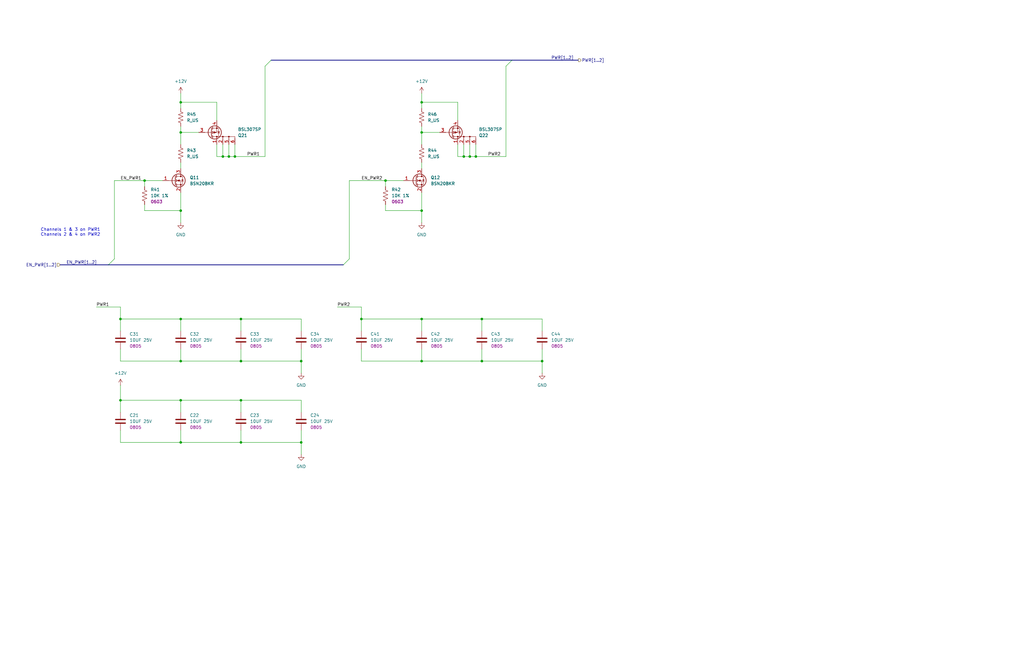
<source format=kicad_sch>
(kicad_sch
	(version 20250114)
	(generator "eeschema")
	(generator_version "9.0")
	(uuid "f478ba2d-ca92-46a1-a631-cbd7e9a9947c")
	(paper "USLedger")
	(title_block
		(title "PBM Driver 4 V2")
		(date "06-DEC-2025")
		(rev "A")
		(comment 1 "Part Number: PCB104 Rev A")
		(comment 4 "Copyright (c) 2025 John Vedder ")
		(comment 5 "MIT Licesnse")
	)
	(lib_symbols
		(symbol "$Local:+12V"
			(power)
			(pin_numbers
				(hide yes)
			)
			(pin_names
				(offset 0)
				(hide yes)
			)
			(exclude_from_sim no)
			(in_bom yes)
			(on_board yes)
			(property "Reference" "#PWR"
				(at 0 -3.81 0)
				(effects
					(font
						(size 1.27 1.27)
					)
					(hide yes)
				)
			)
			(property "Value" "+12V"
				(at 0 3.556 0)
				(effects
					(font
						(size 1.27 1.27)
					)
				)
			)
			(property "Footprint" ""
				(at 0 0 0)
				(effects
					(font
						(size 1.27 1.27)
					)
					(hide yes)
				)
			)
			(property "Datasheet" ""
				(at 0 0 0)
				(effects
					(font
						(size 1.27 1.27)
					)
					(hide yes)
				)
			)
			(property "Description" "Power symbol creates a global label with name \"+12V\""
				(at 0 0 0)
				(effects
					(font
						(size 1.27 1.27)
					)
					(hide yes)
				)
			)
			(property "ki_keywords" "global power"
				(at 0 0 0)
				(effects
					(font
						(size 1.27 1.27)
					)
					(hide yes)
				)
			)
			(symbol "+12V_0_1"
				(polyline
					(pts
						(xy -0.762 1.27) (xy 0 2.54)
					)
					(stroke
						(width 0)
						(type default)
					)
					(fill
						(type none)
					)
				)
				(polyline
					(pts
						(xy 0 2.54) (xy 0.762 1.27)
					)
					(stroke
						(width 0)
						(type default)
					)
					(fill
						(type none)
					)
				)
				(polyline
					(pts
						(xy 0 0) (xy 0 2.54)
					)
					(stroke
						(width 0)
						(type default)
					)
					(fill
						(type none)
					)
				)
			)
			(symbol "+12V_1_1"
				(pin power_in line
					(at 0 0 90)
					(length 0)
					(name "~"
						(effects
							(font
								(size 1.27 1.27)
							)
						)
					)
					(number "1"
						(effects
							(font
								(size 1.27 1.27)
							)
						)
					)
				)
			)
			(embedded_fonts no)
		)
		(symbol "$Local:BSL307SP"
			(pin_names
				(hide yes)
			)
			(exclude_from_sim no)
			(in_bom yes)
			(on_board yes)
			(property "Reference" "Q"
				(at 5.08 0.254 0)
				(effects
					(font
						(size 1.27 1.27)
					)
					(justify left)
				)
			)
			(property "Value" "BSL307SP"
				(at 5.08 -1.778 0)
				(effects
					(font
						(size 1.27 1.27)
					)
					(justify left)
				)
			)
			(property "Footprint" "Package_SO:TSOP-6_1.65x3.05mm_P0.95mm"
				(at 5.08 -1.905 0)
				(effects
					(font
						(size 1.27 1.27)
						(italic yes)
					)
					(justify left)
					(hide yes)
				)
			)
			(property "Datasheet" "https://www.infineon.com/dgdl/Infineon-BSL307SP-DS-v02_00-en.pdf?fileId=db3a304342c787030142dca7f3721687"
				(at 5.08 -3.81 0)
				(effects
					(font
						(size 1.27 1.27)
					)
					(justify left)
					(hide yes)
				)
			)
			(property "Description" "P-FET, 5.5A Id, 30V Vds, 43mOhm Rds, MOSFET, TSOP-6"
				(at 0 0 0)
				(effects
					(font
						(size 1.27 1.27)
					)
					(hide yes)
				)
			)
			(property "Digikey" "BSL307SPH6327XTSA1CT-ND"
				(at 0 0 0)
				(effects
					(font
						(size 1.27 1.27)
					)
					(hide yes)
				)
			)
			(property "ki_keywords" "P-Channel MOSFET HEXFET"
				(at 0 0 0)
				(effects
					(font
						(size 1.27 1.27)
					)
					(hide yes)
				)
			)
			(property "ki_fp_filters" "TSOP*1.65x3.05mm*P0.95mm*"
				(at 0 0 0)
				(effects
					(font
						(size 1.27 1.27)
					)
					(hide yes)
				)
			)
			(symbol "BSL307SP_0_1"
				(polyline
					(pts
						(xy 0.254 1.905) (xy 0.254 -1.905)
					)
					(stroke
						(width 0.254)
						(type default)
					)
					(fill
						(type none)
					)
				)
				(polyline
					(pts
						(xy 0.254 0) (xy -2.54 0)
					)
					(stroke
						(width 0)
						(type default)
					)
					(fill
						(type none)
					)
				)
				(polyline
					(pts
						(xy 0.762 2.286) (xy 0.762 1.27)
					)
					(stroke
						(width 0.254)
						(type default)
					)
					(fill
						(type none)
					)
				)
				(polyline
					(pts
						(xy 0.762 1.778) (xy 3.302 1.778) (xy 3.302 -1.778) (xy 0.762 -1.778)
					)
					(stroke
						(width 0)
						(type default)
					)
					(fill
						(type none)
					)
				)
				(polyline
					(pts
						(xy 0.762 0.508) (xy 0.762 -0.508)
					)
					(stroke
						(width 0.254)
						(type default)
					)
					(fill
						(type none)
					)
				)
				(polyline
					(pts
						(xy 0.762 -1.27) (xy 0.762 -2.286)
					)
					(stroke
						(width 0.254)
						(type default)
					)
					(fill
						(type none)
					)
				)
				(circle
					(center 1.651 0)
					(radius 2.794)
					(stroke
						(width 0.254)
						(type default)
					)
					(fill
						(type none)
					)
				)
				(polyline
					(pts
						(xy 2.286 0) (xy 1.27 0.381) (xy 1.27 -0.381) (xy 2.286 0)
					)
					(stroke
						(width 0)
						(type default)
					)
					(fill
						(type outline)
					)
				)
				(polyline
					(pts
						(xy 2.54 2.54) (xy 2.54 1.778)
					)
					(stroke
						(width 0)
						(type default)
					)
					(fill
						(type none)
					)
				)
				(polyline
					(pts
						(xy 2.54 1.778) (xy 10.16 1.778)
					)
					(stroke
						(width 0)
						(type default)
					)
					(fill
						(type none)
					)
				)
				(circle
					(center 2.54 1.778)
					(radius 0.254)
					(stroke
						(width 0)
						(type default)
					)
					(fill
						(type outline)
					)
				)
				(circle
					(center 2.54 -1.778)
					(radius 0.254)
					(stroke
						(width 0)
						(type default)
					)
					(fill
						(type outline)
					)
				)
				(polyline
					(pts
						(xy 2.54 -2.54) (xy 2.54 0) (xy 0.762 0)
					)
					(stroke
						(width 0)
						(type default)
					)
					(fill
						(type none)
					)
				)
				(polyline
					(pts
						(xy 2.794 -0.508) (xy 2.921 -0.381) (xy 3.683 -0.381) (xy 3.81 -0.254)
					)
					(stroke
						(width 0)
						(type default)
					)
					(fill
						(type none)
					)
				)
				(polyline
					(pts
						(xy 3.302 -0.381) (xy 2.921 0.254) (xy 3.683 0.254) (xy 3.302 -0.381)
					)
					(stroke
						(width 0)
						(type default)
					)
					(fill
						(type none)
					)
				)
				(polyline
					(pts
						(xy 5.08 2.54) (xy 5.08 1.778)
					)
					(stroke
						(width 0)
						(type default)
					)
					(fill
						(type none)
					)
				)
				(circle
					(center 5.08 1.778)
					(radius 0.254)
					(stroke
						(width 0)
						(type default)
					)
					(fill
						(type outline)
					)
				)
				(polyline
					(pts
						(xy 7.62 2.54) (xy 7.62 1.778)
					)
					(stroke
						(width 0)
						(type default)
					)
					(fill
						(type none)
					)
				)
				(circle
					(center 7.62 1.778)
					(radius 0.254)
					(stroke
						(width 0)
						(type default)
					)
					(fill
						(type outline)
					)
				)
				(polyline
					(pts
						(xy 10.16 2.54) (xy 10.16 1.778)
					)
					(stroke
						(width 0)
						(type default)
					)
					(fill
						(type none)
					)
				)
			)
			(symbol "BSL307SP_1_1"
				(pin input line
					(at -5.08 0 0)
					(length 2.54)
					(name "G"
						(effects
							(font
								(size 1.27 1.27)
							)
						)
					)
					(number "3"
						(effects
							(font
								(size 1.27 1.27)
							)
						)
					)
				)
				(pin passive line
					(at 2.54 5.08 270)
					(length 2.54)
					(name "D"
						(effects
							(font
								(size 1.27 1.27)
							)
						)
					)
					(number "1"
						(effects
							(font
								(size 1.27 1.27)
							)
						)
					)
				)
				(pin passive line
					(at 2.54 -5.08 90)
					(length 2.54)
					(name "S"
						(effects
							(font
								(size 1.27 1.27)
							)
						)
					)
					(number "4"
						(effects
							(font
								(size 1.27 1.27)
							)
						)
					)
				)
				(pin passive line
					(at 5.08 5.08 270)
					(length 2.54)
					(name "D"
						(effects
							(font
								(size 1.27 1.27)
							)
						)
					)
					(number "2"
						(effects
							(font
								(size 1.27 1.27)
							)
						)
					)
				)
				(pin passive line
					(at 7.62 5.08 270)
					(length 2.54)
					(name "D"
						(effects
							(font
								(size 1.27 1.27)
							)
						)
					)
					(number "5"
						(effects
							(font
								(size 1.27 1.27)
							)
						)
					)
				)
				(pin passive line
					(at 10.16 5.08 270)
					(length 2.54)
					(name "D"
						(effects
							(font
								(size 1.27 1.27)
							)
						)
					)
					(number "6"
						(effects
							(font
								(size 1.27 1.27)
							)
						)
					)
				)
			)
			(embedded_fonts no)
		)
		(symbol "$Local:BSN20BKR"
			(pin_names
				(offset 0)
				(hide yes)
			)
			(exclude_from_sim no)
			(in_bom yes)
			(on_board yes)
			(property "Reference" "Q"
				(at 5.08 1.905 0)
				(effects
					(font
						(size 1.27 1.27)
					)
					(justify left)
				)
			)
			(property "Value" "BSN20BKR"
				(at 5.08 0 0)
				(effects
					(font
						(size 1.27 1.27)
					)
					(justify left)
				)
			)
			(property "Footprint" "Package_TO_SOT_SMD:SOT-23"
				(at 5.08 -1.905 0)
				(effects
					(font
						(size 1.27 1.27)
						(italic yes)
					)
					(justify left)
					(hide yes)
				)
			)
			(property "Datasheet" "https://assets.nexperia.com/documents/data-sheet/BSN20BK.pdf"
				(at 5.08 -3.81 0)
				(effects
					(font
						(size 1.27 1.27)
					)
					(justify left)
					(hide yes)
				)
			)
			(property "Description" "N-FET, 0.5A Id, 50V Vds, MOSFET, SOT-23 (TO-236AB)"
				(at 0 0 0)
				(effects
					(font
						(size 1.27 1.27)
					)
					(hide yes)
				)
			)
			(property "Digikey" "1727-2341-1-ND"
				(at 0 0 0)
				(effects
					(font
						(size 1.27 1.27)
					)
					(hide yes)
				)
			)
			(property "ki_keywords" "N-Channel MOSFET"
				(at 0 0 0)
				(effects
					(font
						(size 1.27 1.27)
					)
					(hide yes)
				)
			)
			(property "ki_fp_filters" "SOT?23* TO?236AB"
				(at 0 0 0)
				(effects
					(font
						(size 1.27 1.27)
					)
					(hide yes)
				)
			)
			(symbol "BSN20BKR_0_1"
				(polyline
					(pts
						(xy 0.254 1.905) (xy 0.254 -1.905)
					)
					(stroke
						(width 0.254)
						(type default)
					)
					(fill
						(type none)
					)
				)
				(polyline
					(pts
						(xy 0.254 0) (xy -2.54 0)
					)
					(stroke
						(width 0)
						(type default)
					)
					(fill
						(type none)
					)
				)
				(polyline
					(pts
						(xy 0.762 2.286) (xy 0.762 1.27)
					)
					(stroke
						(width 0.254)
						(type default)
					)
					(fill
						(type none)
					)
				)
				(polyline
					(pts
						(xy 0.762 0.508) (xy 0.762 -0.508)
					)
					(stroke
						(width 0.254)
						(type default)
					)
					(fill
						(type none)
					)
				)
				(polyline
					(pts
						(xy 0.762 -1.27) (xy 0.762 -2.286)
					)
					(stroke
						(width 0.254)
						(type default)
					)
					(fill
						(type none)
					)
				)
				(polyline
					(pts
						(xy 0.762 -1.778) (xy 3.302 -1.778) (xy 3.302 1.778) (xy 0.762 1.778)
					)
					(stroke
						(width 0)
						(type default)
					)
					(fill
						(type none)
					)
				)
				(polyline
					(pts
						(xy 1.016 0) (xy 2.032 0.381) (xy 2.032 -0.381) (xy 1.016 0)
					)
					(stroke
						(width 0)
						(type default)
					)
					(fill
						(type outline)
					)
				)
				(circle
					(center 1.651 0)
					(radius 2.794)
					(stroke
						(width 0.254)
						(type default)
					)
					(fill
						(type none)
					)
				)
				(polyline
					(pts
						(xy 2.54 2.54) (xy 2.54 1.778)
					)
					(stroke
						(width 0)
						(type default)
					)
					(fill
						(type none)
					)
				)
				(circle
					(center 2.54 1.778)
					(radius 0.254)
					(stroke
						(width 0)
						(type default)
					)
					(fill
						(type outline)
					)
				)
				(circle
					(center 2.54 -1.778)
					(radius 0.254)
					(stroke
						(width 0)
						(type default)
					)
					(fill
						(type outline)
					)
				)
				(polyline
					(pts
						(xy 2.54 -2.54) (xy 2.54 0) (xy 0.762 0)
					)
					(stroke
						(width 0)
						(type default)
					)
					(fill
						(type none)
					)
				)
				(polyline
					(pts
						(xy 2.921 0.381) (xy 3.683 0.381)
					)
					(stroke
						(width 0)
						(type default)
					)
					(fill
						(type none)
					)
				)
				(polyline
					(pts
						(xy 3.302 0.381) (xy 2.921 -0.254) (xy 3.683 -0.254) (xy 3.302 0.381)
					)
					(stroke
						(width 0)
						(type default)
					)
					(fill
						(type none)
					)
				)
			)
			(symbol "BSN20BKR_1_1"
				(pin input line
					(at -5.08 0 0)
					(length 2.54)
					(name "G"
						(effects
							(font
								(size 1.27 1.27)
							)
						)
					)
					(number "1"
						(effects
							(font
								(size 1.27 1.27)
							)
						)
					)
				)
				(pin passive line
					(at 2.54 5.08 270)
					(length 2.54)
					(name "D"
						(effects
							(font
								(size 1.27 1.27)
							)
						)
					)
					(number "3"
						(effects
							(font
								(size 1.27 1.27)
							)
						)
					)
				)
				(pin passive line
					(at 2.54 -5.08 90)
					(length 2.54)
					(name "S"
						(effects
							(font
								(size 1.27 1.27)
							)
						)
					)
					(number "2"
						(effects
							(font
								(size 1.27 1.27)
							)
						)
					)
				)
			)
			(embedded_fonts no)
		)
		(symbol "$Local:C_0805_10UF_25V"
			(pin_numbers
				(hide yes)
			)
			(pin_names
				(offset 0.254)
			)
			(exclude_from_sim no)
			(in_bom yes)
			(on_board yes)
			(property "Reference" "C"
				(at 3.81 1.2701 0)
				(effects
					(font
						(size 1.27 1.27)
					)
					(justify left)
				)
			)
			(property "Value" "10UF 25V"
				(at 3.81 -1.2699 0)
				(effects
					(font
						(size 1.27 1.27)
					)
					(justify left)
				)
			)
			(property "Footprint" "$Local:C_0805_2012Metric"
				(at 0.9652 -3.81 0)
				(effects
					(font
						(size 1.27 1.27)
					)
					(hide yes)
				)
			)
			(property "Datasheet" "~"
				(at 0 0 0)
				(effects
					(font
						(size 1.27 1.27)
					)
					(hide yes)
				)
			)
			(property "Description" "CAP CER 10uF 25V X5R 0805"
				(at 0 0 0)
				(effects
					(font
						(size 1.27 1.27)
					)
					(hide yes)
				)
			)
			(property "Size" "0805"
				(at 3.81 -3.81 0)
				(effects
					(font
						(size 1.27 1.27)
					)
					(justify left)
				)
			)
			(property "PN" "1276-2891-1-ND"
				(at 0 0 0)
				(effects
					(font
						(size 1.27 1.27)
					)
					(hide yes)
				)
			)
			(property "ki_keywords" "cap capacitor"
				(at 0 0 0)
				(effects
					(font
						(size 1.27 1.27)
					)
					(hide yes)
				)
			)
			(property "ki_fp_filters" "C_*"
				(at 0 0 0)
				(effects
					(font
						(size 1.27 1.27)
					)
					(hide yes)
				)
			)
			(symbol "C_0805_10UF_25V_0_1"
				(polyline
					(pts
						(xy -2.032 0.762) (xy 2.032 0.762)
					)
					(stroke
						(width 0.508)
						(type default)
					)
					(fill
						(type none)
					)
				)
				(polyline
					(pts
						(xy -2.032 -0.762) (xy 2.032 -0.762)
					)
					(stroke
						(width 0.508)
						(type default)
					)
					(fill
						(type none)
					)
				)
			)
			(symbol "C_0805_10UF_25V_1_1"
				(pin passive line
					(at 0 3.81 270)
					(length 2.794)
					(name "~"
						(effects
							(font
								(size 1.27 1.27)
							)
						)
					)
					(number "1"
						(effects
							(font
								(size 1.27 1.27)
							)
						)
					)
				)
				(pin passive line
					(at 0 -3.81 90)
					(length 2.794)
					(name "~"
						(effects
							(font
								(size 1.27 1.27)
							)
						)
					)
					(number "2"
						(effects
							(font
								(size 1.27 1.27)
							)
						)
					)
				)
			)
			(embedded_fonts no)
		)
		(symbol "$Local:GND"
			(power)
			(pin_numbers
				(hide yes)
			)
			(pin_names
				(offset 0)
				(hide yes)
			)
			(exclude_from_sim no)
			(in_bom yes)
			(on_board yes)
			(property "Reference" "#PWR"
				(at 0 -6.35 0)
				(effects
					(font
						(size 1.27 1.27)
					)
					(hide yes)
				)
			)
			(property "Value" "GND"
				(at 0 -3.81 0)
				(effects
					(font
						(size 1.27 1.27)
					)
				)
			)
			(property "Footprint" ""
				(at 0 0 0)
				(effects
					(font
						(size 1.27 1.27)
					)
					(hide yes)
				)
			)
			(property "Datasheet" ""
				(at 0 0 0)
				(effects
					(font
						(size 1.27 1.27)
					)
					(hide yes)
				)
			)
			(property "Description" "Power symbol creates a global label with name \"GND\" , ground"
				(at 0 0 0)
				(effects
					(font
						(size 1.27 1.27)
					)
					(hide yes)
				)
			)
			(property "ki_keywords" "global power"
				(at 0 0 0)
				(effects
					(font
						(size 1.27 1.27)
					)
					(hide yes)
				)
			)
			(symbol "GND_0_1"
				(polyline
					(pts
						(xy 0 0) (xy 0 -1.27) (xy 1.27 -1.27) (xy 0 -2.54) (xy -1.27 -1.27) (xy 0 -1.27)
					)
					(stroke
						(width 0)
						(type default)
					)
					(fill
						(type none)
					)
				)
			)
			(symbol "GND_1_1"
				(pin power_in line
					(at 0 0 270)
					(length 0)
					(name "~"
						(effects
							(font
								(size 1.27 1.27)
							)
						)
					)
					(number "1"
						(effects
							(font
								(size 1.27 1.27)
							)
						)
					)
				)
			)
			(embedded_fonts no)
		)
		(symbol "$Local:R_0603_10K"
			(pin_numbers
				(hide yes)
			)
			(pin_names
				(offset 0)
			)
			(exclude_from_sim no)
			(in_bom yes)
			(on_board yes)
			(property "Reference" "R"
				(at 2.54 0 90)
				(effects
					(font
						(size 1.27 1.27)
					)
				)
			)
			(property "Value" "10K 1%"
				(at -5.08 0 90)
				(effects
					(font
						(size 1.27 1.27)
					)
				)
			)
			(property "Footprint" "$Local:R_0603_1608Metric"
				(at 1.016 -0.254 90)
				(effects
					(font
						(size 1.27 1.27)
					)
					(hide yes)
				)
			)
			(property "Datasheet" "~"
				(at 0 0 0)
				(effects
					(font
						(size 1.27 1.27)
					)
					(hide yes)
				)
			)
			(property "Description" "RES SMD 10K OHM 1% 1/10W 0603"
				(at 0 0 0)
				(effects
					(font
						(size 1.27 1.27)
					)
					(hide yes)
				)
			)
			(property "Size" "0603"
				(at -2.54 0 90)
				(effects
					(font
						(size 1.27 1.27)
					)
				)
			)
			(property "PN" ""
				(at 0 0 0)
				(effects
					(font
						(size 1.27 1.27)
					)
					(hide yes)
				)
			)
			(property "ki_keywords" "R res resistor"
				(at 0 0 0)
				(effects
					(font
						(size 1.27 1.27)
					)
					(hide yes)
				)
			)
			(property "ki_fp_filters" "R_*"
				(at 0 0 0)
				(effects
					(font
						(size 1.27 1.27)
					)
					(hide yes)
				)
			)
			(symbol "R_0603_10K_0_1"
				(polyline
					(pts
						(xy 0 2.286) (xy 0 2.54)
					)
					(stroke
						(width 0)
						(type default)
					)
					(fill
						(type none)
					)
				)
				(polyline
					(pts
						(xy 0 2.286) (xy 1.016 1.905) (xy 0 1.524) (xy -1.016 1.143) (xy 0 0.762)
					)
					(stroke
						(width 0)
						(type default)
					)
					(fill
						(type none)
					)
				)
				(polyline
					(pts
						(xy 0 0.762) (xy 1.016 0.381) (xy 0 0) (xy -1.016 -0.381) (xy 0 -0.762)
					)
					(stroke
						(width 0)
						(type default)
					)
					(fill
						(type none)
					)
				)
				(polyline
					(pts
						(xy 0 -0.762) (xy 1.016 -1.143) (xy 0 -1.524) (xy -1.016 -1.905) (xy 0 -2.286)
					)
					(stroke
						(width 0)
						(type default)
					)
					(fill
						(type none)
					)
				)
				(polyline
					(pts
						(xy 0 -2.286) (xy 0 -2.54)
					)
					(stroke
						(width 0)
						(type default)
					)
					(fill
						(type none)
					)
				)
			)
			(symbol "R_0603_10K_1_1"
				(pin passive line
					(at 0 3.81 270)
					(length 1.27)
					(name "~"
						(effects
							(font
								(size 1.27 1.27)
							)
						)
					)
					(number "1"
						(effects
							(font
								(size 1.27 1.27)
							)
						)
					)
				)
				(pin passive line
					(at 0 -3.81 90)
					(length 1.27)
					(name "~"
						(effects
							(font
								(size 1.27 1.27)
							)
						)
					)
					(number "2"
						(effects
							(font
								(size 1.27 1.27)
							)
						)
					)
				)
			)
			(embedded_fonts no)
		)
		(symbol "$Local:R_US"
			(pin_numbers
				(hide yes)
			)
			(pin_names
				(offset 0)
			)
			(exclude_from_sim no)
			(in_bom yes)
			(on_board yes)
			(property "Reference" "R"
				(at 2.54 0 90)
				(effects
					(font
						(size 1.27 1.27)
					)
				)
			)
			(property "Value" "R_US"
				(at -2.54 0 90)
				(effects
					(font
						(size 1.27 1.27)
					)
				)
			)
			(property "Footprint" ""
				(at 1.016 -0.254 90)
				(effects
					(font
						(size 1.27 1.27)
					)
					(hide yes)
				)
			)
			(property "Datasheet" "~"
				(at 0 0 0)
				(effects
					(font
						(size 1.27 1.27)
					)
					(hide yes)
				)
			)
			(property "Description" "Resistor, US symbol"
				(at 0 0 0)
				(effects
					(font
						(size 1.27 1.27)
					)
					(hide yes)
				)
			)
			(property "ki_keywords" "R res resistor"
				(at 0 0 0)
				(effects
					(font
						(size 1.27 1.27)
					)
					(hide yes)
				)
			)
			(property "ki_fp_filters" "R_*"
				(at 0 0 0)
				(effects
					(font
						(size 1.27 1.27)
					)
					(hide yes)
				)
			)
			(symbol "R_US_0_1"
				(polyline
					(pts
						(xy 0 2.286) (xy 0 2.54)
					)
					(stroke
						(width 0)
						(type default)
					)
					(fill
						(type none)
					)
				)
				(polyline
					(pts
						(xy 0 2.286) (xy 1.016 1.905) (xy 0 1.524) (xy -1.016 1.143) (xy 0 0.762)
					)
					(stroke
						(width 0)
						(type default)
					)
					(fill
						(type none)
					)
				)
				(polyline
					(pts
						(xy 0 0.762) (xy 1.016 0.381) (xy 0 0) (xy -1.016 -0.381) (xy 0 -0.762)
					)
					(stroke
						(width 0)
						(type default)
					)
					(fill
						(type none)
					)
				)
				(polyline
					(pts
						(xy 0 -0.762) (xy 1.016 -1.143) (xy 0 -1.524) (xy -1.016 -1.905) (xy 0 -2.286)
					)
					(stroke
						(width 0)
						(type default)
					)
					(fill
						(type none)
					)
				)
				(polyline
					(pts
						(xy 0 -2.286) (xy 0 -2.54)
					)
					(stroke
						(width 0)
						(type default)
					)
					(fill
						(type none)
					)
				)
			)
			(symbol "R_US_1_1"
				(pin passive line
					(at 0 3.81 270)
					(length 1.27)
					(name "~"
						(effects
							(font
								(size 1.27 1.27)
							)
						)
					)
					(number "1"
						(effects
							(font
								(size 1.27 1.27)
							)
						)
					)
				)
				(pin passive line
					(at 0 -3.81 90)
					(length 1.27)
					(name "~"
						(effects
							(font
								(size 1.27 1.27)
							)
						)
					)
					(number "2"
						(effects
							(font
								(size 1.27 1.27)
							)
						)
					)
				)
			)
			(embedded_fonts no)
		)
		(symbol "BSL307SP_1"
			(pin_names
				(hide yes)
			)
			(exclude_from_sim no)
			(in_bom yes)
			(on_board yes)
			(property "Reference" "Q"
				(at 5.08 0.254 0)
				(effects
					(font
						(size 1.27 1.27)
					)
					(justify left)
				)
			)
			(property "Value" "BSL307SP"
				(at 5.08 -1.778 0)
				(effects
					(font
						(size 1.27 1.27)
					)
					(justify left)
				)
			)
			(property "Footprint" "Package_SO:TSOP-6_1.65x3.05mm_P0.95mm"
				(at 5.08 -1.905 0)
				(effects
					(font
						(size 1.27 1.27)
						(italic yes)
					)
					(justify left)
					(hide yes)
				)
			)
			(property "Datasheet" "https://www.infineon.com/dgdl/Infineon-BSL307SP-DS-v02_00-en.pdf?fileId=db3a304342c787030142dca7f3721687"
				(at 5.08 -3.81 0)
				(effects
					(font
						(size 1.27 1.27)
					)
					(justify left)
					(hide yes)
				)
			)
			(property "Description" "P-FET, 5.5A Id, 30V Vds, 43mOhm Rds, MOSFET, TSOP-6"
				(at 0 0 0)
				(effects
					(font
						(size 1.27 1.27)
					)
					(hide yes)
				)
			)
			(property "Digikey" "BSL307SPH6327XTSA1CT-ND"
				(at 0 0 0)
				(effects
					(font
						(size 1.27 1.27)
					)
					(hide yes)
				)
			)
			(property "ki_keywords" "P-Channel MOSFET HEXFET"
				(at 0 0 0)
				(effects
					(font
						(size 1.27 1.27)
					)
					(hide yes)
				)
			)
			(property "ki_fp_filters" "TSOP*1.65x3.05mm*P0.95mm*"
				(at 0 0 0)
				(effects
					(font
						(size 1.27 1.27)
					)
					(hide yes)
				)
			)
			(symbol "BSL307SP_1_0_1"
				(polyline
					(pts
						(xy 0.254 1.905) (xy 0.254 -1.905)
					)
					(stroke
						(width 0.254)
						(type default)
					)
					(fill
						(type none)
					)
				)
				(polyline
					(pts
						(xy 0.254 0) (xy -2.54 0)
					)
					(stroke
						(width 0)
						(type default)
					)
					(fill
						(type none)
					)
				)
				(polyline
					(pts
						(xy 0.762 2.286) (xy 0.762 1.27)
					)
					(stroke
						(width 0.254)
						(type default)
					)
					(fill
						(type none)
					)
				)
				(polyline
					(pts
						(xy 0.762 1.778) (xy 3.302 1.778) (xy 3.302 -1.778) (xy 0.762 -1.778)
					)
					(stroke
						(width 0)
						(type default)
					)
					(fill
						(type none)
					)
				)
				(polyline
					(pts
						(xy 0.762 0.508) (xy 0.762 -0.508)
					)
					(stroke
						(width 0.254)
						(type default)
					)
					(fill
						(type none)
					)
				)
				(polyline
					(pts
						(xy 0.762 -1.27) (xy 0.762 -2.286)
					)
					(stroke
						(width 0.254)
						(type default)
					)
					(fill
						(type none)
					)
				)
				(circle
					(center 1.651 0)
					(radius 2.794)
					(stroke
						(width 0.254)
						(type default)
					)
					(fill
						(type none)
					)
				)
				(polyline
					(pts
						(xy 2.286 0) (xy 1.27 0.381) (xy 1.27 -0.381) (xy 2.286 0)
					)
					(stroke
						(width 0)
						(type default)
					)
					(fill
						(type outline)
					)
				)
				(polyline
					(pts
						(xy 2.54 2.54) (xy 2.54 1.778)
					)
					(stroke
						(width 0)
						(type default)
					)
					(fill
						(type none)
					)
				)
				(polyline
					(pts
						(xy 2.54 1.778) (xy 10.16 1.778)
					)
					(stroke
						(width 0)
						(type default)
					)
					(fill
						(type none)
					)
				)
				(circle
					(center 2.54 1.778)
					(radius 0.254)
					(stroke
						(width 0)
						(type default)
					)
					(fill
						(type outline)
					)
				)
				(circle
					(center 2.54 -1.778)
					(radius 0.254)
					(stroke
						(width 0)
						(type default)
					)
					(fill
						(type outline)
					)
				)
				(polyline
					(pts
						(xy 2.54 -2.54) (xy 2.54 0) (xy 0.762 0)
					)
					(stroke
						(width 0)
						(type default)
					)
					(fill
						(type none)
					)
				)
				(polyline
					(pts
						(xy 2.794 -0.508) (xy 2.921 -0.381) (xy 3.683 -0.381) (xy 3.81 -0.254)
					)
					(stroke
						(width 0)
						(type default)
					)
					(fill
						(type none)
					)
				)
				(polyline
					(pts
						(xy 3.302 -0.381) (xy 2.921 0.254) (xy 3.683 0.254) (xy 3.302 -0.381)
					)
					(stroke
						(width 0)
						(type default)
					)
					(fill
						(type none)
					)
				)
				(polyline
					(pts
						(xy 5.08 2.54) (xy 5.08 1.778)
					)
					(stroke
						(width 0)
						(type default)
					)
					(fill
						(type none)
					)
				)
				(circle
					(center 5.08 1.778)
					(radius 0.254)
					(stroke
						(width 0)
						(type default)
					)
					(fill
						(type outline)
					)
				)
				(polyline
					(pts
						(xy 7.62 2.54) (xy 7.62 1.778)
					)
					(stroke
						(width 0)
						(type default)
					)
					(fill
						(type none)
					)
				)
				(circle
					(center 7.62 1.778)
					(radius 0.254)
					(stroke
						(width 0)
						(type default)
					)
					(fill
						(type outline)
					)
				)
				(polyline
					(pts
						(xy 10.16 2.54) (xy 10.16 1.778)
					)
					(stroke
						(width 0)
						(type default)
					)
					(fill
						(type none)
					)
				)
			)
			(symbol "BSL307SP_1_1_1"
				(pin input line
					(at -5.08 0 0)
					(length 2.54)
					(name "G"
						(effects
							(font
								(size 1.27 1.27)
							)
						)
					)
					(number "3"
						(effects
							(font
								(size 1.27 1.27)
							)
						)
					)
				)
				(pin passive line
					(at 2.54 5.08 270)
					(length 2.54)
					(name "D"
						(effects
							(font
								(size 1.27 1.27)
							)
						)
					)
					(number "1"
						(effects
							(font
								(size 1.27 1.27)
							)
						)
					)
				)
				(pin passive line
					(at 2.54 -5.08 90)
					(length 2.54)
					(name "S"
						(effects
							(font
								(size 1.27 1.27)
							)
						)
					)
					(number "4"
						(effects
							(font
								(size 1.27 1.27)
							)
						)
					)
				)
				(pin passive line
					(at 5.08 5.08 270)
					(length 2.54)
					(name "D"
						(effects
							(font
								(size 1.27 1.27)
							)
						)
					)
					(number "2"
						(effects
							(font
								(size 1.27 1.27)
							)
						)
					)
				)
				(pin passive line
					(at 7.62 5.08 270)
					(length 2.54)
					(name "D"
						(effects
							(font
								(size 1.27 1.27)
							)
						)
					)
					(number "5"
						(effects
							(font
								(size 1.27 1.27)
							)
						)
					)
				)
				(pin passive line
					(at 10.16 5.08 270)
					(length 2.54)
					(name "D"
						(effects
							(font
								(size 1.27 1.27)
							)
						)
					)
					(number "6"
						(effects
							(font
								(size 1.27 1.27)
							)
						)
					)
				)
			)
			(embedded_fonts no)
		)
		(symbol "R_0603_10K_1"
			(pin_numbers
				(hide yes)
			)
			(pin_names
				(offset 0)
			)
			(exclude_from_sim no)
			(in_bom yes)
			(on_board yes)
			(property "Reference" "R"
				(at 2.54 0 90)
				(effects
					(font
						(size 1.27 1.27)
					)
				)
			)
			(property "Value" "10K 1%"
				(at -5.08 0 90)
				(effects
					(font
						(size 1.27 1.27)
					)
				)
			)
			(property "Footprint" "$Local:R_0603_1608Metric"
				(at 1.016 -0.254 90)
				(effects
					(font
						(size 1.27 1.27)
					)
					(hide yes)
				)
			)
			(property "Datasheet" "~"
				(at 0 0 0)
				(effects
					(font
						(size 1.27 1.27)
					)
					(hide yes)
				)
			)
			(property "Description" "RES SMD 10K OHM 1% 1/10W 0603"
				(at 0 0 0)
				(effects
					(font
						(size 1.27 1.27)
					)
					(hide yes)
				)
			)
			(property "Size" "0603"
				(at -2.54 0 90)
				(effects
					(font
						(size 1.27 1.27)
					)
				)
			)
			(property "PN" ""
				(at 0 0 0)
				(effects
					(font
						(size 1.27 1.27)
					)
					(hide yes)
				)
			)
			(property "ki_keywords" "R res resistor"
				(at 0 0 0)
				(effects
					(font
						(size 1.27 1.27)
					)
					(hide yes)
				)
			)
			(property "ki_fp_filters" "R_*"
				(at 0 0 0)
				(effects
					(font
						(size 1.27 1.27)
					)
					(hide yes)
				)
			)
			(symbol "R_0603_10K_1_0_1"
				(polyline
					(pts
						(xy 0 2.286) (xy 0 2.54)
					)
					(stroke
						(width 0)
						(type default)
					)
					(fill
						(type none)
					)
				)
				(polyline
					(pts
						(xy 0 2.286) (xy 1.016 1.905) (xy 0 1.524) (xy -1.016 1.143) (xy 0 0.762)
					)
					(stroke
						(width 0)
						(type default)
					)
					(fill
						(type none)
					)
				)
				(polyline
					(pts
						(xy 0 0.762) (xy 1.016 0.381) (xy 0 0) (xy -1.016 -0.381) (xy 0 -0.762)
					)
					(stroke
						(width 0)
						(type default)
					)
					(fill
						(type none)
					)
				)
				(polyline
					(pts
						(xy 0 -0.762) (xy 1.016 -1.143) (xy 0 -1.524) (xy -1.016 -1.905) (xy 0 -2.286)
					)
					(stroke
						(width 0)
						(type default)
					)
					(fill
						(type none)
					)
				)
				(polyline
					(pts
						(xy 0 -2.286) (xy 0 -2.54)
					)
					(stroke
						(width 0)
						(type default)
					)
					(fill
						(type none)
					)
				)
			)
			(symbol "R_0603_10K_1_1_1"
				(pin passive line
					(at 0 3.81 270)
					(length 1.27)
					(name "~"
						(effects
							(font
								(size 1.27 1.27)
							)
						)
					)
					(number "1"
						(effects
							(font
								(size 1.27 1.27)
							)
						)
					)
				)
				(pin passive line
					(at 0 -3.81 90)
					(length 1.27)
					(name "~"
						(effects
							(font
								(size 1.27 1.27)
							)
						)
					)
					(number "2"
						(effects
							(font
								(size 1.27 1.27)
							)
						)
					)
				)
			)
			(embedded_fonts no)
		)
	)
	(text "Channels 1 & 3 on PWR1\nChannels 2 & 4 on PWR2"
		(exclude_from_sim no)
		(at 29.718 98.044 0)
		(effects
			(font
				(size 1.27 1.27)
			)
		)
		(uuid "ce9974b6-3030-410b-9074-9465bee8f795")
	)
	(junction
		(at 76.2 168.91)
		(diameter 0)
		(color 0 0 0 0)
		(uuid "114f1136-14ab-4a3a-9cf4-772a4a33fa69")
	)
	(junction
		(at 76.2 55.88)
		(diameter 0)
		(color 0 0 0 0)
		(uuid "175f8319-cc9f-4cb7-8947-25d2e3b46994")
	)
	(junction
		(at 76.2 88.9)
		(diameter 0)
		(color 0 0 0 0)
		(uuid "1e6209dd-385a-4cbb-97ef-5472c76675e8")
	)
	(junction
		(at 96.52 66.04)
		(diameter 0)
		(color 0 0 0 0)
		(uuid "20008003-51ee-4873-968d-7140450df407")
	)
	(junction
		(at 101.6 186.69)
		(diameter 0)
		(color 0 0 0 0)
		(uuid "24f0b266-9b58-41e0-b8d9-ce9ad21b3e51")
	)
	(junction
		(at 177.8 134.62)
		(diameter 0)
		(color 0 0 0 0)
		(uuid "25d6273f-0ef4-4eb1-ac8b-cf3eadcbf6bd")
	)
	(junction
		(at 195.58 66.04)
		(diameter 0)
		(color 0 0 0 0)
		(uuid "37ef866d-4761-438d-b6ce-c4c8b1fa8cfb")
	)
	(junction
		(at 177.8 152.4)
		(diameter 0)
		(color 0 0 0 0)
		(uuid "3c1152ff-c4cb-4182-af63-2f3a68e7cb46")
	)
	(junction
		(at 152.4 134.62)
		(diameter 0)
		(color 0 0 0 0)
		(uuid "3ed81282-d47f-4e91-be21-863d7b16f1c3")
	)
	(junction
		(at 60.96 76.2)
		(diameter 0)
		(color 0 0 0 0)
		(uuid "5833c7d6-564c-4dd4-8c15-f80739eec062")
	)
	(junction
		(at 101.6 152.4)
		(diameter 0)
		(color 0 0 0 0)
		(uuid "5910681d-7a0a-4f5c-9dd2-da642df681b8")
	)
	(junction
		(at 198.12 66.04)
		(diameter 0)
		(color 0 0 0 0)
		(uuid "60c5b1e0-9e5f-4316-a62c-1946253e40aa")
	)
	(junction
		(at 99.06 66.04)
		(diameter 0)
		(color 0 0 0 0)
		(uuid "62340a82-7ba6-422b-b9df-a75d327ba464")
	)
	(junction
		(at 127 186.69)
		(diameter 0)
		(color 0 0 0 0)
		(uuid "69e54280-affd-40f8-8f8d-8e0e76d95c5b")
	)
	(junction
		(at 177.8 43.18)
		(diameter 0)
		(color 0 0 0 0)
		(uuid "7153068e-45bb-463d-a2eb-a7e01bf7d9f0")
	)
	(junction
		(at 76.2 186.69)
		(diameter 0)
		(color 0 0 0 0)
		(uuid "754e6d31-7e2e-499b-b323-da48f833fb96")
	)
	(junction
		(at 200.66 66.04)
		(diameter 0)
		(color 0 0 0 0)
		(uuid "88b384d0-30fc-48c8-8947-cbd0840da27f")
	)
	(junction
		(at 50.8 134.62)
		(diameter 0)
		(color 0 0 0 0)
		(uuid "8d571d6a-dd73-4619-a80d-a56dae16532b")
	)
	(junction
		(at 93.98 66.04)
		(diameter 0)
		(color 0 0 0 0)
		(uuid "8f0e7efe-7231-4774-a4fb-7c6067167c7c")
	)
	(junction
		(at 203.2 134.62)
		(diameter 0)
		(color 0 0 0 0)
		(uuid "8fc30260-1165-4b69-aac4-5b49549be38a")
	)
	(junction
		(at 162.56 76.2)
		(diameter 0)
		(color 0 0 0 0)
		(uuid "9ae9b999-e601-4b8a-b471-e55ebaa179f8")
	)
	(junction
		(at 177.8 55.88)
		(diameter 0)
		(color 0 0 0 0)
		(uuid "9d12d29b-9ba5-4e36-a3f2-833fe8646926")
	)
	(junction
		(at 76.2 43.18)
		(diameter 0)
		(color 0 0 0 0)
		(uuid "9f3d02b9-e040-4335-b5f5-d95e09942fd4")
	)
	(junction
		(at 127 152.4)
		(diameter 0)
		(color 0 0 0 0)
		(uuid "b3b6a559-bd99-4188-abfd-9bb1127814e5")
	)
	(junction
		(at 50.8 168.91)
		(diameter 0)
		(color 0 0 0 0)
		(uuid "bbce582d-4a74-4a11-9450-6c73ce14a023")
	)
	(junction
		(at 76.2 152.4)
		(diameter 0)
		(color 0 0 0 0)
		(uuid "caab4ce6-36d5-4f69-b8d9-20766870ad1e")
	)
	(junction
		(at 177.8 88.9)
		(diameter 0)
		(color 0 0 0 0)
		(uuid "d0660647-644c-4bc4-a3e9-eba57abe52b3")
	)
	(junction
		(at 76.2 134.62)
		(diameter 0)
		(color 0 0 0 0)
		(uuid "db718fd8-e21e-4b42-813d-c958f71f8aa2")
	)
	(junction
		(at 203.2 152.4)
		(diameter 0)
		(color 0 0 0 0)
		(uuid "dd4b2aaf-2709-4132-9fd7-3e00aef5b670")
	)
	(junction
		(at 101.6 134.62)
		(diameter 0)
		(color 0 0 0 0)
		(uuid "e4cf5304-7544-41fe-958e-c7dafa352482")
	)
	(junction
		(at 101.6 168.91)
		(diameter 0)
		(color 0 0 0 0)
		(uuid "edded913-4806-4876-80e2-c8cdaa53f004")
	)
	(junction
		(at 228.6 152.4)
		(diameter 0)
		(color 0 0 0 0)
		(uuid "f71bbd0f-c1c4-4130-8ee5-795ca86029ca")
	)
	(bus_entry
		(at 45.72 111.76)
		(size 2.54 -2.54)
		(stroke
			(width 0)
			(type default)
		)
		(uuid "4da0324e-9731-47fc-a1fd-8aad601a3619")
	)
	(bus_entry
		(at 144.78 111.76)
		(size 2.54 -2.54)
		(stroke
			(width 0)
			(type default)
		)
		(uuid "82a4a7a0-8840-4583-a005-770722e87c32")
	)
	(bus_entry
		(at 114.3 25.4)
		(size -2.54 2.54)
		(stroke
			(width 0)
			(type default)
		)
		(uuid "d07f9349-6bdb-4169-b87f-9d2d1a8d4879")
	)
	(bus_entry
		(at 215.9 25.4)
		(size -2.54 2.54)
		(stroke
			(width 0)
			(type default)
		)
		(uuid "d5e99d08-3f5d-4eef-9bf8-53db5ef9e3c1")
	)
	(wire
		(pts
			(xy 76.2 39.37) (xy 76.2 43.18)
		)
		(stroke
			(width 0)
			(type default)
		)
		(uuid "00d9690a-3167-4ced-977e-50d89410866d")
	)
	(wire
		(pts
			(xy 127 181.61) (xy 127 186.69)
		)
		(stroke
			(width 0)
			(type default)
		)
		(uuid "03f599e3-5605-485d-ad3f-799d8e11e44d")
	)
	(wire
		(pts
			(xy 127 186.69) (xy 127 191.77)
		)
		(stroke
			(width 0)
			(type default)
		)
		(uuid "0c45db09-52ec-4aac-ad6f-4e654f122057")
	)
	(wire
		(pts
			(xy 177.8 43.18) (xy 177.8 45.72)
		)
		(stroke
			(width 0)
			(type default)
		)
		(uuid "10414d47-b739-4fd3-a35a-2272d3c39884")
	)
	(wire
		(pts
			(xy 177.8 81.28) (xy 177.8 88.9)
		)
		(stroke
			(width 0)
			(type default)
		)
		(uuid "10ceb3b5-43a2-45cd-854c-44e65439bc09")
	)
	(wire
		(pts
			(xy 76.2 53.34) (xy 76.2 55.88)
		)
		(stroke
			(width 0)
			(type default)
		)
		(uuid "118efd11-c479-4883-8d2d-cb651f60736e")
	)
	(wire
		(pts
			(xy 177.8 68.58) (xy 177.8 71.12)
		)
		(stroke
			(width 0)
			(type default)
		)
		(uuid "12cee984-340d-46e0-b73d-d691b52fafe5")
	)
	(wire
		(pts
			(xy 50.8 181.61) (xy 50.8 186.69)
		)
		(stroke
			(width 0)
			(type default)
		)
		(uuid "15ec7b4d-9bf2-4dbe-86f6-595111aedc37")
	)
	(wire
		(pts
			(xy 127 147.32) (xy 127 152.4)
		)
		(stroke
			(width 0)
			(type default)
		)
		(uuid "172f0329-e6f8-4204-be7f-a8acc9302afe")
	)
	(wire
		(pts
			(xy 91.44 43.18) (xy 91.44 50.8)
		)
		(stroke
			(width 0)
			(type default)
		)
		(uuid "187d8423-6ee3-415a-82e0-3c8fd81ffbf5")
	)
	(wire
		(pts
			(xy 177.8 147.32) (xy 177.8 152.4)
		)
		(stroke
			(width 0)
			(type default)
		)
		(uuid "187dc63a-9443-41d7-940b-35a70413f15c")
	)
	(wire
		(pts
			(xy 177.8 55.88) (xy 177.8 60.96)
		)
		(stroke
			(width 0)
			(type default)
		)
		(uuid "19a1e756-493d-4ad3-be02-08f95ed387ef")
	)
	(wire
		(pts
			(xy 101.6 134.62) (xy 101.6 139.7)
		)
		(stroke
			(width 0)
			(type default)
		)
		(uuid "1a2e3bef-357c-4407-922e-1ecf3f6a6896")
	)
	(wire
		(pts
			(xy 147.32 109.22) (xy 147.32 76.2)
		)
		(stroke
			(width 0)
			(type default)
		)
		(uuid "1d511c29-338c-4c9a-b6cf-cb9b69ddf937")
	)
	(wire
		(pts
			(xy 203.2 147.32) (xy 203.2 152.4)
		)
		(stroke
			(width 0)
			(type default)
		)
		(uuid "1d726661-aca7-4927-b00c-610567ee0cd0")
	)
	(wire
		(pts
			(xy 177.8 88.9) (xy 177.8 93.98)
		)
		(stroke
			(width 0)
			(type default)
		)
		(uuid "1de4da51-4940-42fa-845a-a257bd14a616")
	)
	(wire
		(pts
			(xy 177.8 134.62) (xy 177.8 139.7)
		)
		(stroke
			(width 0)
			(type default)
		)
		(uuid "22f6365e-2069-4930-a3d6-f2dba6bffb22")
	)
	(wire
		(pts
			(xy 101.6 168.91) (xy 101.6 173.99)
		)
		(stroke
			(width 0)
			(type default)
		)
		(uuid "2305324e-0658-4f16-b561-198a77835301")
	)
	(wire
		(pts
			(xy 50.8 168.91) (xy 50.8 173.99)
		)
		(stroke
			(width 0)
			(type default)
		)
		(uuid "256f4c8d-413c-43db-8c3f-1fb2fccf1b58")
	)
	(wire
		(pts
			(xy 152.4 129.54) (xy 152.4 134.62)
		)
		(stroke
			(width 0)
			(type default)
		)
		(uuid "25caf20b-2a72-4255-b212-c719f70c4444")
	)
	(wire
		(pts
			(xy 76.2 168.91) (xy 101.6 168.91)
		)
		(stroke
			(width 0)
			(type default)
		)
		(uuid "2b542455-92a8-4f09-918f-02f24f9165a1")
	)
	(wire
		(pts
			(xy 203.2 134.62) (xy 203.2 139.7)
		)
		(stroke
			(width 0)
			(type default)
		)
		(uuid "2cce1cae-19f1-4ace-9d9a-2a2761291ab8")
	)
	(wire
		(pts
			(xy 203.2 134.62) (xy 228.6 134.62)
		)
		(stroke
			(width 0)
			(type default)
		)
		(uuid "2d48110c-5c9a-4a80-b1e4-ac032763aa9b")
	)
	(wire
		(pts
			(xy 177.8 53.34) (xy 177.8 55.88)
		)
		(stroke
			(width 0)
			(type default)
		)
		(uuid "2f354085-dc58-4ab9-8b92-c04a15a29356")
	)
	(wire
		(pts
			(xy 152.4 152.4) (xy 177.8 152.4)
		)
		(stroke
			(width 0)
			(type default)
		)
		(uuid "2f3caaa5-7fba-4abd-ad70-789bcc0643e1")
	)
	(wire
		(pts
			(xy 127 173.99) (xy 127 168.91)
		)
		(stroke
			(width 0)
			(type default)
		)
		(uuid "30571098-d698-4350-b1eb-17e60c9392ef")
	)
	(wire
		(pts
			(xy 76.2 55.88) (xy 76.2 60.96)
		)
		(stroke
			(width 0)
			(type default)
		)
		(uuid "305b191b-1b6a-4f5d-90b1-26e18049d880")
	)
	(wire
		(pts
			(xy 177.8 39.37) (xy 177.8 43.18)
		)
		(stroke
			(width 0)
			(type default)
		)
		(uuid "3294bd07-80dd-4660-9cbd-2a74ba393906")
	)
	(wire
		(pts
			(xy 76.2 43.18) (xy 91.44 43.18)
		)
		(stroke
			(width 0)
			(type default)
		)
		(uuid "32c45960-8fad-4daf-8c4d-36cf87fda65c")
	)
	(wire
		(pts
			(xy 177.8 43.18) (xy 193.04 43.18)
		)
		(stroke
			(width 0)
			(type default)
		)
		(uuid "3372d070-a289-45dd-a63e-1fc51cee122d")
	)
	(wire
		(pts
			(xy 60.96 78.74) (xy 60.96 76.2)
		)
		(stroke
			(width 0)
			(type default)
		)
		(uuid "3b46d29e-38a8-4df9-a943-e72ccff14a73")
	)
	(wire
		(pts
			(xy 213.36 27.94) (xy 213.36 66.04)
		)
		(stroke
			(width 0)
			(type default)
		)
		(uuid "3ea5b07b-8f68-4611-9984-8f84127bc433")
	)
	(wire
		(pts
			(xy 152.4 134.62) (xy 152.4 139.7)
		)
		(stroke
			(width 0)
			(type default)
		)
		(uuid "42b7760c-47ac-4acb-bb9b-28fb29759679")
	)
	(wire
		(pts
			(xy 101.6 152.4) (xy 127 152.4)
		)
		(stroke
			(width 0)
			(type default)
		)
		(uuid "485a4075-8912-47d9-889d-3d3f01bac60e")
	)
	(wire
		(pts
			(xy 93.98 66.04) (xy 96.52 66.04)
		)
		(stroke
			(width 0)
			(type default)
		)
		(uuid "49bfb52c-ad7f-4bb3-8d5e-f870a20a2d68")
	)
	(wire
		(pts
			(xy 193.04 43.18) (xy 193.04 50.8)
		)
		(stroke
			(width 0)
			(type default)
		)
		(uuid "4dbeb29a-6062-455b-aea0-6d7574df9d10")
	)
	(wire
		(pts
			(xy 162.56 78.74) (xy 162.56 76.2)
		)
		(stroke
			(width 0)
			(type default)
		)
		(uuid "4e32c951-4d7c-4ff8-acd2-e9289fa50f5c")
	)
	(wire
		(pts
			(xy 101.6 181.61) (xy 101.6 186.69)
		)
		(stroke
			(width 0)
			(type default)
		)
		(uuid "50060a92-c6aa-4b2d-8c3a-10ece9be4e35")
	)
	(wire
		(pts
			(xy 48.26 76.2) (xy 60.96 76.2)
		)
		(stroke
			(width 0)
			(type default)
		)
		(uuid "53e42ab7-72f5-4e26-985d-b915e5b70ac7")
	)
	(wire
		(pts
			(xy 50.8 134.62) (xy 50.8 139.7)
		)
		(stroke
			(width 0)
			(type default)
		)
		(uuid "5449c4ef-e5a7-460a-ba0f-5024eb293ea4")
	)
	(wire
		(pts
			(xy 228.6 152.4) (xy 228.6 157.48)
		)
		(stroke
			(width 0)
			(type default)
		)
		(uuid "55933b30-3012-4ea5-a29d-6b6eb3994c84")
	)
	(wire
		(pts
			(xy 193.04 60.96) (xy 193.04 66.04)
		)
		(stroke
			(width 0)
			(type default)
		)
		(uuid "5afa0a80-554b-407a-8eb1-f204e76b9748")
	)
	(wire
		(pts
			(xy 76.2 168.91) (xy 76.2 173.99)
		)
		(stroke
			(width 0)
			(type default)
		)
		(uuid "5b42f707-1189-4b45-b328-a8b97633c85c")
	)
	(wire
		(pts
			(xy 93.98 60.96) (xy 93.98 66.04)
		)
		(stroke
			(width 0)
			(type default)
		)
		(uuid "5ba95138-54d0-42b8-a54b-8e6267122931")
	)
	(wire
		(pts
			(xy 76.2 68.58) (xy 76.2 71.12)
		)
		(stroke
			(width 0)
			(type default)
		)
		(uuid "5d4f4d78-f626-47e6-8e3f-db712c9fdad9")
	)
	(wire
		(pts
			(xy 101.6 147.32) (xy 101.6 152.4)
		)
		(stroke
			(width 0)
			(type default)
		)
		(uuid "5d741ea9-20eb-4bd8-9ddf-754b2ebfd300")
	)
	(wire
		(pts
			(xy 50.8 134.62) (xy 76.2 134.62)
		)
		(stroke
			(width 0)
			(type default)
		)
		(uuid "5db47919-c155-407b-a4af-faa039694b1d")
	)
	(wire
		(pts
			(xy 127 152.4) (xy 127 157.48)
		)
		(stroke
			(width 0)
			(type default)
		)
		(uuid "5ddedf3b-6fd8-40f2-80e6-a080ea956ce3")
	)
	(wire
		(pts
			(xy 48.26 76.2) (xy 48.26 109.22)
		)
		(stroke
			(width 0)
			(type default)
		)
		(uuid "5edd75ce-f3d1-468c-ab8f-7da1af8b3e06")
	)
	(wire
		(pts
			(xy 50.8 129.54) (xy 50.8 134.62)
		)
		(stroke
			(width 0)
			(type default)
		)
		(uuid "63337bc7-c7f2-4c2d-991f-67c89d09e76b")
	)
	(bus
		(pts
			(xy 215.9 25.4) (xy 243.84 25.4)
		)
		(stroke
			(width 0)
			(type default)
		)
		(uuid "65fd9313-ba59-4a2c-976e-a91e6408a25f")
	)
	(bus
		(pts
			(xy 25.4 111.76) (xy 45.72 111.76)
		)
		(stroke
			(width 0)
			(type default)
		)
		(uuid "6d828177-5c71-4316-add7-47aa9de28090")
	)
	(bus
		(pts
			(xy 45.72 111.76) (xy 144.78 111.76)
		)
		(stroke
			(width 0)
			(type default)
		)
		(uuid "6ea0de8d-711a-4efd-b4c7-dd2153117881")
	)
	(wire
		(pts
			(xy 76.2 152.4) (xy 101.6 152.4)
		)
		(stroke
			(width 0)
			(type default)
		)
		(uuid "73ba3d6a-8b7f-41a7-9671-733428ae4067")
	)
	(wire
		(pts
			(xy 99.06 60.96) (xy 99.06 66.04)
		)
		(stroke
			(width 0)
			(type default)
		)
		(uuid "751123b7-9e7b-4c1c-aa9a-d4d11661cb65")
	)
	(wire
		(pts
			(xy 152.4 147.32) (xy 152.4 152.4)
		)
		(stroke
			(width 0)
			(type default)
		)
		(uuid "80409a6f-1476-4109-bca5-9d40d10b1c6d")
	)
	(wire
		(pts
			(xy 50.8 186.69) (xy 76.2 186.69)
		)
		(stroke
			(width 0)
			(type default)
		)
		(uuid "8413bc6d-ca64-433d-bddd-dbfb1354d1b3")
	)
	(wire
		(pts
			(xy 162.56 88.9) (xy 177.8 88.9)
		)
		(stroke
			(width 0)
			(type default)
		)
		(uuid "8647ba13-f21b-4d9c-a0e4-e0f099c0f540")
	)
	(wire
		(pts
			(xy 101.6 186.69) (xy 127 186.69)
		)
		(stroke
			(width 0)
			(type default)
		)
		(uuid "8b4452b5-817a-4c3b-aa0c-c803e8820fc1")
	)
	(wire
		(pts
			(xy 142.24 129.54) (xy 152.4 129.54)
		)
		(stroke
			(width 0)
			(type default)
		)
		(uuid "8b9bf8d2-8930-4f10-a14c-ff0e18b09ffc")
	)
	(wire
		(pts
			(xy 91.44 66.04) (xy 93.98 66.04)
		)
		(stroke
			(width 0)
			(type default)
		)
		(uuid "8ba6f3db-2bc8-498c-93d8-938212a0c726")
	)
	(wire
		(pts
			(xy 228.6 139.7) (xy 228.6 134.62)
		)
		(stroke
			(width 0)
			(type default)
		)
		(uuid "8ebdcf1f-1059-4a80-9c9d-c4dfd8b655f6")
	)
	(wire
		(pts
			(xy 200.66 60.96) (xy 200.66 66.04)
		)
		(stroke
			(width 0)
			(type default)
		)
		(uuid "8f793019-f12d-42c7-befd-bfc7b7583c46")
	)
	(wire
		(pts
			(xy 50.8 147.32) (xy 50.8 152.4)
		)
		(stroke
			(width 0)
			(type default)
		)
		(uuid "8f99bf4d-710f-413f-bc6b-3cc3e8045061")
	)
	(wire
		(pts
			(xy 147.32 76.2) (xy 162.56 76.2)
		)
		(stroke
			(width 0)
			(type default)
		)
		(uuid "90c4a74e-94c9-4b48-8ab9-9fe2195a2e18")
	)
	(wire
		(pts
			(xy 198.12 60.96) (xy 198.12 66.04)
		)
		(stroke
			(width 0)
			(type default)
		)
		(uuid "937eb8ee-9ee1-4cb6-bef0-042daded3257")
	)
	(wire
		(pts
			(xy 50.8 152.4) (xy 76.2 152.4)
		)
		(stroke
			(width 0)
			(type default)
		)
		(uuid "9515b5e8-bd99-4006-b852-f494b5d0ab7e")
	)
	(wire
		(pts
			(xy 76.2 55.88) (xy 83.82 55.88)
		)
		(stroke
			(width 0)
			(type default)
		)
		(uuid "951952e3-7c05-4d75-b18f-53a3de6dd9ff")
	)
	(wire
		(pts
			(xy 60.96 88.9) (xy 76.2 88.9)
		)
		(stroke
			(width 0)
			(type default)
		)
		(uuid "96a4bd96-3c09-4bc6-9fa9-7071ee0aa364")
	)
	(wire
		(pts
			(xy 195.58 66.04) (xy 198.12 66.04)
		)
		(stroke
			(width 0)
			(type default)
		)
		(uuid "96b69f2a-169f-40f3-b163-1c45ff4aeab2")
	)
	(wire
		(pts
			(xy 101.6 134.62) (xy 127 134.62)
		)
		(stroke
			(width 0)
			(type default)
		)
		(uuid "9ff649be-b46a-41c8-b34f-875c4bdca759")
	)
	(wire
		(pts
			(xy 228.6 147.32) (xy 228.6 152.4)
		)
		(stroke
			(width 0)
			(type default)
		)
		(uuid "a2c9fd72-54dc-4268-bb91-ee4c25012300")
	)
	(wire
		(pts
			(xy 193.04 66.04) (xy 195.58 66.04)
		)
		(stroke
			(width 0)
			(type default)
		)
		(uuid "a90de7e1-a30e-4a10-afbc-c66d0eeb6225")
	)
	(wire
		(pts
			(xy 101.6 168.91) (xy 127 168.91)
		)
		(stroke
			(width 0)
			(type default)
		)
		(uuid "aa541982-96ad-4682-8a0e-23c10f49e603")
	)
	(wire
		(pts
			(xy 60.96 86.36) (xy 60.96 88.9)
		)
		(stroke
			(width 0)
			(type default)
		)
		(uuid "af07381d-1f06-484c-98d4-29cad7d52461")
	)
	(wire
		(pts
			(xy 198.12 66.04) (xy 200.66 66.04)
		)
		(stroke
			(width 0)
			(type default)
		)
		(uuid "af235500-6b84-435d-8fa8-fce7670d82f0")
	)
	(wire
		(pts
			(xy 91.44 60.96) (xy 91.44 66.04)
		)
		(stroke
			(width 0)
			(type default)
		)
		(uuid "b04756c5-3aff-49c8-9482-c425d19a1d74")
	)
	(wire
		(pts
			(xy 96.52 60.96) (xy 96.52 66.04)
		)
		(stroke
			(width 0)
			(type default)
		)
		(uuid "b2791ff4-d6d4-4bb2-bdb6-585dea081a65")
	)
	(wire
		(pts
			(xy 76.2 88.9) (xy 76.2 93.98)
		)
		(stroke
			(width 0)
			(type default)
		)
		(uuid "b62a1b8a-5a53-4346-ba39-c01f14f1093b")
	)
	(wire
		(pts
			(xy 50.8 168.91) (xy 76.2 168.91)
		)
		(stroke
			(width 0)
			(type default)
		)
		(uuid "b70e5d89-d322-4a34-a9d0-297b4120450e")
	)
	(wire
		(pts
			(xy 177.8 55.88) (xy 185.42 55.88)
		)
		(stroke
			(width 0)
			(type default)
		)
		(uuid "b8456f72-c0be-4869-a03f-a9a59c572928")
	)
	(wire
		(pts
			(xy 127 139.7) (xy 127 134.62)
		)
		(stroke
			(width 0)
			(type default)
		)
		(uuid "bd2ddbd1-e583-4a4f-99dd-e179fe8542fe")
	)
	(wire
		(pts
			(xy 76.2 43.18) (xy 76.2 45.72)
		)
		(stroke
			(width 0)
			(type default)
		)
		(uuid "c043d75d-cccf-4808-bac6-e0cba1353f94")
	)
	(wire
		(pts
			(xy 76.2 181.61) (xy 76.2 186.69)
		)
		(stroke
			(width 0)
			(type default)
		)
		(uuid "c3f2cf12-f9f4-43e1-993c-41575a62e0ea")
	)
	(wire
		(pts
			(xy 76.2 147.32) (xy 76.2 152.4)
		)
		(stroke
			(width 0)
			(type default)
		)
		(uuid "c48bd91b-274d-4bfa-bfc8-942c4582b88e")
	)
	(wire
		(pts
			(xy 76.2 134.62) (xy 76.2 139.7)
		)
		(stroke
			(width 0)
			(type default)
		)
		(uuid "c48f5dae-2f75-49e3-a3e1-dcebdbdf3167")
	)
	(wire
		(pts
			(xy 195.58 60.96) (xy 195.58 66.04)
		)
		(stroke
			(width 0)
			(type default)
		)
		(uuid "c9dbe8d7-5f9a-4025-96bd-9ce8b85f3516")
	)
	(wire
		(pts
			(xy 111.76 27.94) (xy 111.76 66.04)
		)
		(stroke
			(width 0)
			(type default)
		)
		(uuid "ca8f49a8-eac8-4943-abef-eb5a517974dd")
	)
	(wire
		(pts
			(xy 203.2 152.4) (xy 228.6 152.4)
		)
		(stroke
			(width 0)
			(type default)
		)
		(uuid "cf88ff4f-169e-4912-b3bd-ce1f213ae3d1")
	)
	(wire
		(pts
			(xy 76.2 134.62) (xy 101.6 134.62)
		)
		(stroke
			(width 0)
			(type default)
		)
		(uuid "d060d732-2e95-4d9d-b3e2-e54380c6cb7f")
	)
	(wire
		(pts
			(xy 60.96 76.2) (xy 68.58 76.2)
		)
		(stroke
			(width 0)
			(type default)
		)
		(uuid "d297a7ed-10ba-49ce-83b6-61522b7f4aea")
	)
	(wire
		(pts
			(xy 96.52 66.04) (xy 99.06 66.04)
		)
		(stroke
			(width 0)
			(type default)
		)
		(uuid "d34990c5-1c0d-44fd-9eaf-36fc487b45d7")
	)
	(wire
		(pts
			(xy 162.56 76.2) (xy 170.18 76.2)
		)
		(stroke
			(width 0)
			(type default)
		)
		(uuid "d423733f-ee2e-42e5-a0b0-873143cf16de")
	)
	(wire
		(pts
			(xy 162.56 86.36) (xy 162.56 88.9)
		)
		(stroke
			(width 0)
			(type default)
		)
		(uuid "d988d3d1-d178-40a4-abc5-217733b5a775")
	)
	(wire
		(pts
			(xy 177.8 134.62) (xy 203.2 134.62)
		)
		(stroke
			(width 0)
			(type default)
		)
		(uuid "dbb633bf-1a6c-4c05-b4c0-c9e3655bcca4")
	)
	(wire
		(pts
			(xy 177.8 152.4) (xy 203.2 152.4)
		)
		(stroke
			(width 0)
			(type default)
		)
		(uuid "dfcf2973-56a3-4d90-a1a6-a6707a04d180")
	)
	(bus
		(pts
			(xy 114.3 25.4) (xy 215.9 25.4)
		)
		(stroke
			(width 0)
			(type default)
		)
		(uuid "dfe9602f-eb5f-4adf-a924-af7bcb3aa0ee")
	)
	(wire
		(pts
			(xy 50.8 162.56) (xy 50.8 168.91)
		)
		(stroke
			(width 0)
			(type default)
		)
		(uuid "e409c5b4-98f8-482e-8d7b-dfa33a55c719")
	)
	(wire
		(pts
			(xy 152.4 134.62) (xy 177.8 134.62)
		)
		(stroke
			(width 0)
			(type default)
		)
		(uuid "e45d4f56-898d-479a-bc4d-a552102f8c3b")
	)
	(wire
		(pts
			(xy 200.66 66.04) (xy 213.36 66.04)
		)
		(stroke
			(width 0)
			(type default)
		)
		(uuid "e5372756-ff69-48b3-84d4-fb1d1e12a18f")
	)
	(wire
		(pts
			(xy 40.64 129.54) (xy 50.8 129.54)
		)
		(stroke
			(width 0)
			(type default)
		)
		(uuid "e5c79d2f-c9f4-4c31-85cf-c28e219d6bea")
	)
	(wire
		(pts
			(xy 76.2 81.28) (xy 76.2 88.9)
		)
		(stroke
			(width 0)
			(type default)
		)
		(uuid "f51be9fe-77c9-4421-9c5e-0f00342b8a72")
	)
	(wire
		(pts
			(xy 99.06 66.04) (xy 111.76 66.04)
		)
		(stroke
			(width 0)
			(type default)
		)
		(uuid "fbbd847c-acfd-4577-a515-5e0e0b0df53c")
	)
	(wire
		(pts
			(xy 76.2 186.69) (xy 101.6 186.69)
		)
		(stroke
			(width 0)
			(type default)
		)
		(uuid "ffd88965-af6d-4369-ba41-e156710e3f98")
	)
	(label "PWR1"
		(at 40.64 129.54 0)
		(effects
			(font
				(size 1.27 1.27)
			)
			(justify left bottom)
		)
		(uuid "19aa16e9-7280-4284-b153-8ec72823094a")
	)
	(label "PWR[1..2]"
		(at 232.41 25.4 0)
		(effects
			(font
				(size 1.27 1.27)
			)
			(justify left bottom)
		)
		(uuid "6f024915-476d-4627-b23c-1ecc8dc14421")
	)
	(label "EN_PWR2"
		(at 152.4 76.2 0)
		(effects
			(font
				(size 1.27 1.27)
			)
			(justify left bottom)
		)
		(uuid "74fbb7dd-e189-410b-9fc8-aeb34064250d")
	)
	(label "EN_PWR1"
		(at 50.8 76.2 0)
		(effects
			(font
				(size 1.27 1.27)
			)
			(justify left bottom)
		)
		(uuid "8abc9b9a-862d-4825-8d56-05b20a278604")
	)
	(label "PWR1"
		(at 104.14 66.04 0)
		(effects
			(font
				(size 1.27 1.27)
			)
			(justify left bottom)
		)
		(uuid "9ab8cfa2-4196-4f97-85e5-604ea2453c56")
	)
	(label "PWR2"
		(at 205.74 66.04 0)
		(effects
			(font
				(size 1.27 1.27)
			)
			(justify left bottom)
		)
		(uuid "ad0e64ef-5eb4-41ea-ad27-76a3c7f62e55")
	)
	(label "EN_PWR[1..2]"
		(at 27.94 111.76 0)
		(effects
			(font
				(size 1.27 1.27)
			)
			(justify left bottom)
		)
		(uuid "d7a14a26-9959-4b94-b415-22edd155e1f6")
	)
	(label "PWR2"
		(at 142.24 129.54 0)
		(effects
			(font
				(size 1.27 1.27)
			)
			(justify left bottom)
		)
		(uuid "ea6461a1-a58e-4927-b58d-25ee09e006eb")
	)
	(hierarchical_label "EN_PWR[1..2]"
		(shape input)
		(at 25.4 111.76 180)
		(effects
			(font
				(size 1.27 1.27)
			)
			(justify right)
		)
		(uuid "4ac6f5d5-3856-4f85-8884-c01d41f04c6b")
	)
	(hierarchical_label "PWR[1..2]"
		(shape output)
		(at 243.84 25.4 0)
		(effects
			(font
				(size 1.27 1.27)
			)
			(justify left)
		)
		(uuid "88dd6e56-377f-4990-a204-3d5e8ffd6650")
	)
	(symbol
		(lib_id "$Local:BSL307SP")
		(at 190.5 55.88 0)
		(mirror x)
		(unit 1)
		(exclude_from_sim no)
		(in_bom yes)
		(on_board yes)
		(dnp no)
		(uuid "045e92c2-8cf6-4780-a319-1b16a462f9ac")
		(property "Reference" "Q22"
			(at 201.93 57.1501 0)
			(effects
				(font
					(size 1.27 1.27)
				)
				(justify left)
			)
		)
		(property "Value" "BSL307SP"
			(at 201.93 54.6101 0)
			(effects
				(font
					(size 1.27 1.27)
				)
				(justify left)
			)
		)
		(property "Footprint" "Package_SO:TSOP-6_1.65x3.05mm_P0.95mm"
			(at 195.58 53.975 0)
			(effects
				(font
					(size 1.27 1.27)
					(italic yes)
				)
				(justify left)
				(hide yes)
			)
		)
		(property "Datasheet" "https://www.infineon.com/dgdl/Infineon-BSL307SP-DS-v02_00-en.pdf?fileId=db3a304342c787030142dca7f3721687"
			(at 195.58 52.07 0)
			(effects
				(font
					(size 1.27 1.27)
				)
				(justify left)
				(hide yes)
			)
		)
		(property "Description" "P-FET, 5.5A Id, 30V Vds, 43mOhm Rds, MOSFET, TSOP-6"
			(at 190.5 55.88 0)
			(effects
				(font
					(size 1.27 1.27)
				)
				(hide yes)
			)
		)
		(property "Digikey" "BSL307SPH6327XTSA1CT-ND"
			(at 190.5 55.88 0)
			(effects
				(font
					(size 1.27 1.27)
				)
				(hide yes)
			)
		)
		(pin "3"
			(uuid "829ea5d5-173d-40d6-8eeb-d8667a7e0ba1")
		)
		(pin "5"
			(uuid "e6189222-0630-49f9-aabb-d7050a9a915e")
		)
		(pin "2"
			(uuid "e0557982-7081-4b39-be72-bad63839ba1a")
		)
		(pin "6"
			(uuid "c4ddd314-8e0d-4c7d-bec5-d084950b5082")
		)
		(pin "1"
			(uuid "02fdbdc6-235a-4ce3-b0a8-3ad6fb015bf0")
		)
		(pin "4"
			(uuid "8b02d561-d120-4d04-a493-871b4c93c2f2")
		)
		(instances
			(project "pbm_driver4_v2"
				(path "/04797749-7aaf-42f7-a5f4-0b9aeb0ad7be/ed8a224b-ca38-4f3f-bfc4-14836f79ea5f"
					(reference "Q22")
					(unit 1)
				)
			)
		)
	)
	(symbol
		(lib_id "$Local:C_0805_10UF_25V")
		(at 50.8 177.8 0)
		(unit 1)
		(exclude_from_sim no)
		(in_bom yes)
		(on_board yes)
		(dnp no)
		(fields_autoplaced yes)
		(uuid "0da3ae7a-e6dd-4f14-be66-6d88ce9227eb")
		(property "Reference" "C21"
			(at 54.61 175.2599 0)
			(effects
				(font
					(size 1.27 1.27)
				)
				(justify left)
			)
		)
		(property "Value" "10UF 25V"
			(at 54.61 177.7999 0)
			(effects
				(font
					(size 1.27 1.27)
				)
				(justify left)
			)
		)
		(property "Footprint" "$Local:C_0805_2012Metric"
			(at 51.7652 181.61 0)
			(effects
				(font
					(size 1.27 1.27)
				)
				(hide yes)
			)
		)
		(property "Datasheet" "~"
			(at 50.8 177.8 0)
			(effects
				(font
					(size 1.27 1.27)
				)
				(hide yes)
			)
		)
		(property "Description" "CAP CER 10uF 25V X5R 0805"
			(at 50.8 177.8 0)
			(effects
				(font
					(size 1.27 1.27)
				)
				(hide yes)
			)
		)
		(property "Size" "0805"
			(at 54.61 180.3399 0)
			(effects
				(font
					(size 1.27 1.27)
				)
				(justify left)
			)
		)
		(property "PN" "1276-2891-1-ND"
			(at 50.8 177.8 0)
			(effects
				(font
					(size 1.27 1.27)
				)
				(hide yes)
			)
		)
		(pin "2"
			(uuid "43667f3d-46b2-4ca9-8ff7-73ada83e9488")
		)
		(pin "1"
			(uuid "cae98b5c-29ea-4cef-980b-44c798d72975")
		)
		(instances
			(project "pbm_driver4_v2"
				(path "/04797749-7aaf-42f7-a5f4-0b9aeb0ad7be/ed8a224b-ca38-4f3f-bfc4-14836f79ea5f"
					(reference "C21")
					(unit 1)
				)
			)
		)
	)
	(symbol
		(lib_id "$Local:C_0805_10UF_25V")
		(at 203.2 143.51 0)
		(unit 1)
		(exclude_from_sim no)
		(in_bom yes)
		(on_board yes)
		(dnp no)
		(fields_autoplaced yes)
		(uuid "123e19af-b614-49cc-8a51-da453612e670")
		(property "Reference" "C43"
			(at 207.01 140.9699 0)
			(effects
				(font
					(size 1.27 1.27)
				)
				(justify left)
			)
		)
		(property "Value" "10UF 25V"
			(at 207.01 143.5099 0)
			(effects
				(font
					(size 1.27 1.27)
				)
				(justify left)
			)
		)
		(property "Footprint" "$Local:C_0805_2012Metric"
			(at 204.1652 147.32 0)
			(effects
				(font
					(size 1.27 1.27)
				)
				(hide yes)
			)
		)
		(property "Datasheet" "~"
			(at 203.2 143.51 0)
			(effects
				(font
					(size 1.27 1.27)
				)
				(hide yes)
			)
		)
		(property "Description" "CAP CER 10uF 25V X5R 0805"
			(at 203.2 143.51 0)
			(effects
				(font
					(size 1.27 1.27)
				)
				(hide yes)
			)
		)
		(property "Size" "0805"
			(at 207.01 146.0499 0)
			(effects
				(font
					(size 1.27 1.27)
				)
				(justify left)
			)
		)
		(property "PN" "1276-2891-1-ND"
			(at 203.2 143.51 0)
			(effects
				(font
					(size 1.27 1.27)
				)
				(hide yes)
			)
		)
		(pin "2"
			(uuid "f2d1d7b4-24ab-42dc-a808-d709e147ede9")
		)
		(pin "1"
			(uuid "b89f7d7f-1352-4613-8c4f-8c1db3d6b030")
		)
		(instances
			(project "pbm_driver4_v2"
				(path "/04797749-7aaf-42f7-a5f4-0b9aeb0ad7be/ed8a224b-ca38-4f3f-bfc4-14836f79ea5f"
					(reference "C43")
					(unit 1)
				)
			)
		)
	)
	(symbol
		(lib_id "$Local:C_0805_10UF_25V")
		(at 127 143.51 0)
		(unit 1)
		(exclude_from_sim no)
		(in_bom yes)
		(on_board yes)
		(dnp no)
		(fields_autoplaced yes)
		(uuid "1dc26c45-a24b-450d-8a71-e2b99336bc32")
		(property "Reference" "C34"
			(at 130.81 140.9699 0)
			(effects
				(font
					(size 1.27 1.27)
				)
				(justify left)
			)
		)
		(property "Value" "10UF 25V"
			(at 130.81 143.5099 0)
			(effects
				(font
					(size 1.27 1.27)
				)
				(justify left)
			)
		)
		(property "Footprint" "$Local:C_0805_2012Metric"
			(at 127.9652 147.32 0)
			(effects
				(font
					(size 1.27 1.27)
				)
				(hide yes)
			)
		)
		(property "Datasheet" "~"
			(at 127 143.51 0)
			(effects
				(font
					(size 1.27 1.27)
				)
				(hide yes)
			)
		)
		(property "Description" "CAP CER 10uF 25V X5R 0805"
			(at 127 143.51 0)
			(effects
				(font
					(size 1.27 1.27)
				)
				(hide yes)
			)
		)
		(property "Size" "0805"
			(at 130.81 146.0499 0)
			(effects
				(font
					(size 1.27 1.27)
				)
				(justify left)
			)
		)
		(property "PN" "1276-2891-1-ND"
			(at 127 143.51 0)
			(effects
				(font
					(size 1.27 1.27)
				)
				(hide yes)
			)
		)
		(pin "2"
			(uuid "f296f9e3-52dc-4797-ad59-ac588c187b1c")
		)
		(pin "1"
			(uuid "78bc6b7d-3f6c-46d5-9075-46a30941d073")
		)
		(instances
			(project "pbm_driver4_v2"
				(path "/04797749-7aaf-42f7-a5f4-0b9aeb0ad7be/ed8a224b-ca38-4f3f-bfc4-14836f79ea5f"
					(reference "C34")
					(unit 1)
				)
			)
		)
	)
	(symbol
		(lib_id "$Local:C_0805_10UF_25V")
		(at 76.2 177.8 0)
		(unit 1)
		(exclude_from_sim no)
		(in_bom yes)
		(on_board yes)
		(dnp no)
		(fields_autoplaced yes)
		(uuid "1f00bf81-d929-4776-8589-8f5a9f65cfc7")
		(property "Reference" "C22"
			(at 80.01 175.2599 0)
			(effects
				(font
					(size 1.27 1.27)
				)
				(justify left)
			)
		)
		(property "Value" "10UF 25V"
			(at 80.01 177.7999 0)
			(effects
				(font
					(size 1.27 1.27)
				)
				(justify left)
			)
		)
		(property "Footprint" "$Local:C_0805_2012Metric"
			(at 77.1652 181.61 0)
			(effects
				(font
					(size 1.27 1.27)
				)
				(hide yes)
			)
		)
		(property "Datasheet" "~"
			(at 76.2 177.8 0)
			(effects
				(font
					(size 1.27 1.27)
				)
				(hide yes)
			)
		)
		(property "Description" "CAP CER 10uF 25V X5R 0805"
			(at 76.2 177.8 0)
			(effects
				(font
					(size 1.27 1.27)
				)
				(hide yes)
			)
		)
		(property "Size" "0805"
			(at 80.01 180.3399 0)
			(effects
				(font
					(size 1.27 1.27)
				)
				(justify left)
			)
		)
		(property "PN" "1276-2891-1-ND"
			(at 76.2 177.8 0)
			(effects
				(font
					(size 1.27 1.27)
				)
				(hide yes)
			)
		)
		(pin "2"
			(uuid "45fcd935-5d78-49d8-9a07-b66da11fca1e")
		)
		(pin "1"
			(uuid "12a02c5b-6fd7-4b9f-80d7-052b768c24ae")
		)
		(instances
			(project "pbm_driver4_v2"
				(path "/04797749-7aaf-42f7-a5f4-0b9aeb0ad7be/ed8a224b-ca38-4f3f-bfc4-14836f79ea5f"
					(reference "C22")
					(unit 1)
				)
			)
		)
	)
	(symbol
		(lib_id "$Local:R_US")
		(at 177.8 49.53 0)
		(unit 1)
		(exclude_from_sim no)
		(in_bom yes)
		(on_board yes)
		(dnp no)
		(fields_autoplaced yes)
		(uuid "248645a7-c4f6-452b-9e6b-d0be6aa4193a")
		(property "Reference" "R46"
			(at 180.34 48.2599 0)
			(effects
				(font
					(size 1.27 1.27)
				)
				(justify left)
			)
		)
		(property "Value" "R_US"
			(at 180.34 50.7999 0)
			(effects
				(font
					(size 1.27 1.27)
				)
				(justify left)
			)
		)
		(property "Footprint" ""
			(at 178.816 49.784 90)
			(effects
				(font
					(size 1.27 1.27)
				)
				(hide yes)
			)
		)
		(property "Datasheet" "~"
			(at 177.8 49.53 0)
			(effects
				(font
					(size 1.27 1.27)
				)
				(hide yes)
			)
		)
		(property "Description" "Resistor, US symbol"
			(at 177.8 49.53 0)
			(effects
				(font
					(size 1.27 1.27)
				)
				(hide yes)
			)
		)
		(pin "1"
			(uuid "194d4e7d-387b-4fdf-a94a-a12954e0e8e9")
		)
		(pin "2"
			(uuid "dd144146-d703-4e44-bbc1-ab9a55a0d461")
		)
		(instances
			(project "pbm_driver4_v2"
				(path "/04797749-7aaf-42f7-a5f4-0b9aeb0ad7be/ed8a224b-ca38-4f3f-bfc4-14836f79ea5f"
					(reference "R46")
					(unit 1)
				)
			)
		)
	)
	(symbol
		(lib_id "$Local:R_US")
		(at 76.2 64.77 0)
		(unit 1)
		(exclude_from_sim no)
		(in_bom yes)
		(on_board yes)
		(dnp no)
		(fields_autoplaced yes)
		(uuid "275fac62-caf0-4f55-a93e-561871d3c8f2")
		(property "Reference" "R43"
			(at 78.74 63.4999 0)
			(effects
				(font
					(size 1.27 1.27)
				)
				(justify left)
			)
		)
		(property "Value" "R_US"
			(at 78.74 66.0399 0)
			(effects
				(font
					(size 1.27 1.27)
				)
				(justify left)
			)
		)
		(property "Footprint" ""
			(at 77.216 65.024 90)
			(effects
				(font
					(size 1.27 1.27)
				)
				(hide yes)
			)
		)
		(property "Datasheet" "~"
			(at 76.2 64.77 0)
			(effects
				(font
					(size 1.27 1.27)
				)
				(hide yes)
			)
		)
		(property "Description" "Resistor, US symbol"
			(at 76.2 64.77 0)
			(effects
				(font
					(size 1.27 1.27)
				)
				(hide yes)
			)
		)
		(pin "1"
			(uuid "fffc478b-6b26-4ed9-bfa5-bf654c57dd5f")
		)
		(pin "2"
			(uuid "e8aac916-a1d2-45ff-8e31-64e7d6916e17")
		)
		(instances
			(project "pbm_driver4_v2"
				(path "/04797749-7aaf-42f7-a5f4-0b9aeb0ad7be/ed8a224b-ca38-4f3f-bfc4-14836f79ea5f"
					(reference "R43")
					(unit 1)
				)
			)
		)
	)
	(symbol
		(lib_id "$Local:R_US")
		(at 76.2 49.53 0)
		(unit 1)
		(exclude_from_sim no)
		(in_bom yes)
		(on_board yes)
		(dnp no)
		(fields_autoplaced yes)
		(uuid "3d20bf62-df12-411f-8f22-341b8506ffc2")
		(property "Reference" "R45"
			(at 78.74 48.2599 0)
			(effects
				(font
					(size 1.27 1.27)
				)
				(justify left)
			)
		)
		(property "Value" "R_US"
			(at 78.74 50.7999 0)
			(effects
				(font
					(size 1.27 1.27)
				)
				(justify left)
			)
		)
		(property "Footprint" ""
			(at 77.216 49.784 90)
			(effects
				(font
					(size 1.27 1.27)
				)
				(hide yes)
			)
		)
		(property "Datasheet" "~"
			(at 76.2 49.53 0)
			(effects
				(font
					(size 1.27 1.27)
				)
				(hide yes)
			)
		)
		(property "Description" "Resistor, US symbol"
			(at 76.2 49.53 0)
			(effects
				(font
					(size 1.27 1.27)
				)
				(hide yes)
			)
		)
		(pin "1"
			(uuid "d3ff8f57-bd39-4074-874d-d39e7aa796de")
		)
		(pin "2"
			(uuid "7ae7161e-9dd1-4c60-983e-2facec0b1d05")
		)
		(instances
			(project "pbm_driver4_v2"
				(path "/04797749-7aaf-42f7-a5f4-0b9aeb0ad7be/ed8a224b-ca38-4f3f-bfc4-14836f79ea5f"
					(reference "R45")
					(unit 1)
				)
			)
		)
	)
	(symbol
		(lib_id "$Local:+12V")
		(at 76.2 39.37 0)
		(unit 1)
		(exclude_from_sim no)
		(in_bom yes)
		(on_board yes)
		(dnp no)
		(fields_autoplaced yes)
		(uuid "4129d238-eadf-4552-80d0-3920693e7365")
		(property "Reference" "#PWR06"
			(at 76.2 43.18 0)
			(effects
				(font
					(size 1.27 1.27)
				)
				(hide yes)
			)
		)
		(property "Value" "+12V"
			(at 76.2 34.29 0)
			(effects
				(font
					(size 1.27 1.27)
				)
			)
		)
		(property "Footprint" ""
			(at 76.2 39.37 0)
			(effects
				(font
					(size 1.27 1.27)
				)
				(hide yes)
			)
		)
		(property "Datasheet" ""
			(at 76.2 39.37 0)
			(effects
				(font
					(size 1.27 1.27)
				)
				(hide yes)
			)
		)
		(property "Description" "Power symbol creates a global label with name \"+12V\""
			(at 76.2 39.37 0)
			(effects
				(font
					(size 1.27 1.27)
				)
				(hide yes)
			)
		)
		(pin "1"
			(uuid "0f27eb26-9d04-4bc3-b58f-04f7f9ef630f")
		)
		(instances
			(project ""
				(path "/04797749-7aaf-42f7-a5f4-0b9aeb0ad7be/ed8a224b-ca38-4f3f-bfc4-14836f79ea5f"
					(reference "#PWR06")
					(unit 1)
				)
			)
		)
	)
	(symbol
		(lib_name "BSL307SP_1")
		(lib_id "$Local:BSL307SP")
		(at 88.9 55.88 0)
		(mirror x)
		(unit 1)
		(exclude_from_sim no)
		(in_bom yes)
		(on_board yes)
		(dnp no)
		(uuid "4cc5a51a-5572-422f-a383-37a0ba795ada")
		(property "Reference" "Q21"
			(at 100.33 57.1501 0)
			(effects
				(font
					(size 1.27 1.27)
				)
				(justify left)
			)
		)
		(property "Value" "BSL307SP"
			(at 100.33 54.6101 0)
			(effects
				(font
					(size 1.27 1.27)
				)
				(justify left)
			)
		)
		(property "Footprint" "Package_SO:TSOP-6_1.65x3.05mm_P0.95mm"
			(at 93.98 53.975 0)
			(effects
				(font
					(size 1.27 1.27)
					(italic yes)
				)
				(justify left)
				(hide yes)
			)
		)
		(property "Datasheet" "https://www.infineon.com/dgdl/Infineon-BSL307SP-DS-v02_00-en.pdf?fileId=db3a304342c787030142dca7f3721687"
			(at 93.98 52.07 0)
			(effects
				(font
					(size 1.27 1.27)
				)
				(justify left)
				(hide yes)
			)
		)
		(property "Description" "P-FET, 5.5A Id, 30V Vds, 43mOhm Rds, MOSFET, TSOP-6"
			(at 88.9 55.88 0)
			(effects
				(font
					(size 1.27 1.27)
				)
				(hide yes)
			)
		)
		(property "Digikey" "BSL307SPH6327XTSA1CT-ND"
			(at 88.9 55.88 0)
			(effects
				(font
					(size 1.27 1.27)
				)
				(hide yes)
			)
		)
		(pin "3"
			(uuid "1768f729-c00d-48d0-ab9c-4ff4ed4618a8")
		)
		(pin "5"
			(uuid "a9beee95-084a-4607-9ead-b05093e4ea9a")
		)
		(pin "2"
			(uuid "ab9164c8-9555-4163-b979-4be404b1daaa")
		)
		(pin "6"
			(uuid "4abbae7d-a1d1-41a2-a159-f4e8cfe8d324")
		)
		(pin "1"
			(uuid "afbbbdcd-2e7a-4750-8c7c-f8c549264d69")
		)
		(pin "4"
			(uuid "b9a943a8-3f91-49b7-8bfe-f31b868f5f43")
		)
		(instances
			(project ""
				(path "/04797749-7aaf-42f7-a5f4-0b9aeb0ad7be/ed8a224b-ca38-4f3f-bfc4-14836f79ea5f"
					(reference "Q21")
					(unit 1)
				)
			)
		)
	)
	(symbol
		(lib_id "$Local:C_0805_10UF_25V")
		(at 101.6 177.8 0)
		(unit 1)
		(exclude_from_sim no)
		(in_bom yes)
		(on_board yes)
		(dnp no)
		(fields_autoplaced yes)
		(uuid "522b847e-63f0-491a-b003-a689bee3f5c2")
		(property "Reference" "C23"
			(at 105.41 175.2599 0)
			(effects
				(font
					(size 1.27 1.27)
				)
				(justify left)
			)
		)
		(property "Value" "10UF 25V"
			(at 105.41 177.7999 0)
			(effects
				(font
					(size 1.27 1.27)
				)
				(justify left)
			)
		)
		(property "Footprint" "$Local:C_0805_2012Metric"
			(at 102.5652 181.61 0)
			(effects
				(font
					(size 1.27 1.27)
				)
				(hide yes)
			)
		)
		(property "Datasheet" "~"
			(at 101.6 177.8 0)
			(effects
				(font
					(size 1.27 1.27)
				)
				(hide yes)
			)
		)
		(property "Description" "CAP CER 10uF 25V X5R 0805"
			(at 101.6 177.8 0)
			(effects
				(font
					(size 1.27 1.27)
				)
				(hide yes)
			)
		)
		(property "Size" "0805"
			(at 105.41 180.3399 0)
			(effects
				(font
					(size 1.27 1.27)
				)
				(justify left)
			)
		)
		(property "PN" "1276-2891-1-ND"
			(at 101.6 177.8 0)
			(effects
				(font
					(size 1.27 1.27)
				)
				(hide yes)
			)
		)
		(pin "2"
			(uuid "21578c28-4d63-4cf5-baee-fa601b8cb0f7")
		)
		(pin "1"
			(uuid "6bad3518-4033-4d65-9e42-7f60bbf66705")
		)
		(instances
			(project "pbm_driver4_v2"
				(path "/04797749-7aaf-42f7-a5f4-0b9aeb0ad7be/ed8a224b-ca38-4f3f-bfc4-14836f79ea5f"
					(reference "C23")
					(unit 1)
				)
			)
		)
	)
	(symbol
		(lib_id "$Local:+12V")
		(at 50.8 162.56 0)
		(unit 1)
		(exclude_from_sim no)
		(in_bom yes)
		(on_board yes)
		(dnp no)
		(fields_autoplaced yes)
		(uuid "596f471d-38a4-449c-98b7-20fdfb404d85")
		(property "Reference" "#PWR027"
			(at 50.8 166.37 0)
			(effects
				(font
					(size 1.27 1.27)
				)
				(hide yes)
			)
		)
		(property "Value" "+12V"
			(at 50.8 157.48 0)
			(effects
				(font
					(size 1.27 1.27)
				)
			)
		)
		(property "Footprint" ""
			(at 50.8 162.56 0)
			(effects
				(font
					(size 1.27 1.27)
				)
				(hide yes)
			)
		)
		(property "Datasheet" ""
			(at 50.8 162.56 0)
			(effects
				(font
					(size 1.27 1.27)
				)
				(hide yes)
			)
		)
		(property "Description" "Power symbol creates a global label with name \"+12V\""
			(at 50.8 162.56 0)
			(effects
				(font
					(size 1.27 1.27)
				)
				(hide yes)
			)
		)
		(pin "1"
			(uuid "e68f1904-4990-45c1-a61c-5867df454339")
		)
		(instances
			(project "pbm_driver4_v2"
				(path "/04797749-7aaf-42f7-a5f4-0b9aeb0ad7be/ed8a224b-ca38-4f3f-bfc4-14836f79ea5f"
					(reference "#PWR027")
					(unit 1)
				)
			)
		)
	)
	(symbol
		(lib_id "$Local:C_0805_10UF_25V")
		(at 177.8 143.51 0)
		(unit 1)
		(exclude_from_sim no)
		(in_bom yes)
		(on_board yes)
		(dnp no)
		(fields_autoplaced yes)
		(uuid "6a613a97-962b-4842-a0b3-45623768a105")
		(property "Reference" "C42"
			(at 181.61 140.9699 0)
			(effects
				(font
					(size 1.27 1.27)
				)
				(justify left)
			)
		)
		(property "Value" "10UF 25V"
			(at 181.61 143.5099 0)
			(effects
				(font
					(size 1.27 1.27)
				)
				(justify left)
			)
		)
		(property "Footprint" "$Local:C_0805_2012Metric"
			(at 178.7652 147.32 0)
			(effects
				(font
					(size 1.27 1.27)
				)
				(hide yes)
			)
		)
		(property "Datasheet" "~"
			(at 177.8 143.51 0)
			(effects
				(font
					(size 1.27 1.27)
				)
				(hide yes)
			)
		)
		(property "Description" "CAP CER 10uF 25V X5R 0805"
			(at 177.8 143.51 0)
			(effects
				(font
					(size 1.27 1.27)
				)
				(hide yes)
			)
		)
		(property "Size" "0805"
			(at 181.61 146.0499 0)
			(effects
				(font
					(size 1.27 1.27)
				)
				(justify left)
			)
		)
		(property "PN" "1276-2891-1-ND"
			(at 177.8 143.51 0)
			(effects
				(font
					(size 1.27 1.27)
				)
				(hide yes)
			)
		)
		(pin "2"
			(uuid "0a42b753-356c-4176-8494-eca6aa953d91")
		)
		(pin "1"
			(uuid "17a799b0-9136-405b-afd4-d10310148fe3")
		)
		(instances
			(project "pbm_driver4_v2"
				(path "/04797749-7aaf-42f7-a5f4-0b9aeb0ad7be/ed8a224b-ca38-4f3f-bfc4-14836f79ea5f"
					(reference "C42")
					(unit 1)
				)
			)
		)
	)
	(symbol
		(lib_id "$Local:GND")
		(at 76.2 93.98 0)
		(unit 1)
		(exclude_from_sim no)
		(in_bom yes)
		(on_board yes)
		(dnp no)
		(fields_autoplaced yes)
		(uuid "6d266a9f-ed63-426a-86c9-c9ab6d8f6f52")
		(property "Reference" "#PWR05"
			(at 76.2 100.33 0)
			(effects
				(font
					(size 1.27 1.27)
				)
				(hide yes)
			)
		)
		(property "Value" "GND"
			(at 76.2 99.06 0)
			(effects
				(font
					(size 1.27 1.27)
				)
			)
		)
		(property "Footprint" ""
			(at 76.2 93.98 0)
			(effects
				(font
					(size 1.27 1.27)
				)
				(hide yes)
			)
		)
		(property "Datasheet" ""
			(at 76.2 93.98 0)
			(effects
				(font
					(size 1.27 1.27)
				)
				(hide yes)
			)
		)
		(property "Description" "Power symbol creates a global label with name \"GND\" , ground"
			(at 76.2 93.98 0)
			(effects
				(font
					(size 1.27 1.27)
				)
				(hide yes)
			)
		)
		(pin "1"
			(uuid "c82c9a1d-459f-4bf0-b0ed-a5a325d65c9c")
		)
		(instances
			(project "pbm_driver4_v2"
				(path "/04797749-7aaf-42f7-a5f4-0b9aeb0ad7be/ed8a224b-ca38-4f3f-bfc4-14836f79ea5f"
					(reference "#PWR05")
					(unit 1)
				)
			)
		)
	)
	(symbol
		(lib_id "$Local:GND")
		(at 228.6 157.48 0)
		(unit 1)
		(exclude_from_sim no)
		(in_bom yes)
		(on_board yes)
		(dnp no)
		(fields_autoplaced yes)
		(uuid "722cfb74-4215-4840-925f-3eed26cf15e2")
		(property "Reference" "#PWR025"
			(at 228.6 163.83 0)
			(effects
				(font
					(size 1.27 1.27)
				)
				(hide yes)
			)
		)
		(property "Value" "GND"
			(at 228.6 162.56 0)
			(effects
				(font
					(size 1.27 1.27)
				)
			)
		)
		(property "Footprint" ""
			(at 228.6 157.48 0)
			(effects
				(font
					(size 1.27 1.27)
				)
				(hide yes)
			)
		)
		(property "Datasheet" ""
			(at 228.6 157.48 0)
			(effects
				(font
					(size 1.27 1.27)
				)
				(hide yes)
			)
		)
		(property "Description" "Power symbol creates a global label with name \"GND\" , ground"
			(at 228.6 157.48 0)
			(effects
				(font
					(size 1.27 1.27)
				)
				(hide yes)
			)
		)
		(pin "1"
			(uuid "a37294bc-8d89-4491-ba80-c4e474309a47")
		)
		(instances
			(project "pbm_driver4_v2"
				(path "/04797749-7aaf-42f7-a5f4-0b9aeb0ad7be/ed8a224b-ca38-4f3f-bfc4-14836f79ea5f"
					(reference "#PWR025")
					(unit 1)
				)
			)
		)
	)
	(symbol
		(lib_id "$Local:C_0805_10UF_25V")
		(at 152.4 143.51 0)
		(unit 1)
		(exclude_from_sim no)
		(in_bom yes)
		(on_board yes)
		(dnp no)
		(fields_autoplaced yes)
		(uuid "775d8988-49e5-48dd-ab05-87cb4e513b92")
		(property "Reference" "C41"
			(at 156.21 140.9699 0)
			(effects
				(font
					(size 1.27 1.27)
				)
				(justify left)
			)
		)
		(property "Value" "10UF 25V"
			(at 156.21 143.5099 0)
			(effects
				(font
					(size 1.27 1.27)
				)
				(justify left)
			)
		)
		(property "Footprint" "$Local:C_0805_2012Metric"
			(at 153.3652 147.32 0)
			(effects
				(font
					(size 1.27 1.27)
				)
				(hide yes)
			)
		)
		(property "Datasheet" "~"
			(at 152.4 143.51 0)
			(effects
				(font
					(size 1.27 1.27)
				)
				(hide yes)
			)
		)
		(property "Description" "CAP CER 10uF 25V X5R 0805"
			(at 152.4 143.51 0)
			(effects
				(font
					(size 1.27 1.27)
				)
				(hide yes)
			)
		)
		(property "Size" "0805"
			(at 156.21 146.0499 0)
			(effects
				(font
					(size 1.27 1.27)
				)
				(justify left)
			)
		)
		(property "PN" "1276-2891-1-ND"
			(at 152.4 143.51 0)
			(effects
				(font
					(size 1.27 1.27)
				)
				(hide yes)
			)
		)
		(pin "2"
			(uuid "4cf609e5-7920-440e-b098-0dc5166833aa")
		)
		(pin "1"
			(uuid "5641d0c0-a493-4f23-92f8-6e9217ffb3a4")
		)
		(instances
			(project "pbm_driver4_v2"
				(path "/04797749-7aaf-42f7-a5f4-0b9aeb0ad7be/ed8a224b-ca38-4f3f-bfc4-14836f79ea5f"
					(reference "C41")
					(unit 1)
				)
			)
		)
	)
	(symbol
		(lib_id "$Local:+12V")
		(at 177.8 39.37 0)
		(unit 1)
		(exclude_from_sim no)
		(in_bom yes)
		(on_board yes)
		(dnp no)
		(fields_autoplaced yes)
		(uuid "80510b9b-2aa3-4669-b0d3-397f8619d828")
		(property "Reference" "#PWR07"
			(at 177.8 43.18 0)
			(effects
				(font
					(size 1.27 1.27)
				)
				(hide yes)
			)
		)
		(property "Value" "+12V"
			(at 177.8 34.29 0)
			(effects
				(font
					(size 1.27 1.27)
				)
			)
		)
		(property "Footprint" ""
			(at 177.8 39.37 0)
			(effects
				(font
					(size 1.27 1.27)
				)
				(hide yes)
			)
		)
		(property "Datasheet" ""
			(at 177.8 39.37 0)
			(effects
				(font
					(size 1.27 1.27)
				)
				(hide yes)
			)
		)
		(property "Description" "Power symbol creates a global label with name \"+12V\""
			(at 177.8 39.37 0)
			(effects
				(font
					(size 1.27 1.27)
				)
				(hide yes)
			)
		)
		(pin "1"
			(uuid "a9583e98-a1ab-48b5-bd2d-1d6e2a97d569")
		)
		(instances
			(project "pbm_driver4_v2"
				(path "/04797749-7aaf-42f7-a5f4-0b9aeb0ad7be/ed8a224b-ca38-4f3f-bfc4-14836f79ea5f"
					(reference "#PWR07")
					(unit 1)
				)
			)
		)
	)
	(symbol
		(lib_id "$Local:C_0805_10UF_25V")
		(at 101.6 143.51 0)
		(unit 1)
		(exclude_from_sim no)
		(in_bom yes)
		(on_board yes)
		(dnp no)
		(fields_autoplaced yes)
		(uuid "88061fec-9bba-4033-b314-25bff63730e0")
		(property "Reference" "C33"
			(at 105.41 140.9699 0)
			(effects
				(font
					(size 1.27 1.27)
				)
				(justify left)
			)
		)
		(property "Value" "10UF 25V"
			(at 105.41 143.5099 0)
			(effects
				(font
					(size 1.27 1.27)
				)
				(justify left)
			)
		)
		(property "Footprint" "$Local:C_0805_2012Metric"
			(at 102.5652 147.32 0)
			(effects
				(font
					(size 1.27 1.27)
				)
				(hide yes)
			)
		)
		(property "Datasheet" "~"
			(at 101.6 143.51 0)
			(effects
				(font
					(size 1.27 1.27)
				)
				(hide yes)
			)
		)
		(property "Description" "CAP CER 10uF 25V X5R 0805"
			(at 101.6 143.51 0)
			(effects
				(font
					(size 1.27 1.27)
				)
				(hide yes)
			)
		)
		(property "Size" "0805"
			(at 105.41 146.0499 0)
			(effects
				(font
					(size 1.27 1.27)
				)
				(justify left)
			)
		)
		(property "PN" "1276-2891-1-ND"
			(at 101.6 143.51 0)
			(effects
				(font
					(size 1.27 1.27)
				)
				(hide yes)
			)
		)
		(pin "2"
			(uuid "fab6b470-1f83-46ee-923b-a63e2ba81203")
		)
		(pin "1"
			(uuid "dc9b1a92-3730-4fed-abf2-57cc0829bc3c")
		)
		(instances
			(project "pbm_driver4_v2"
				(path "/04797749-7aaf-42f7-a5f4-0b9aeb0ad7be/ed8a224b-ca38-4f3f-bfc4-14836f79ea5f"
					(reference "C33")
					(unit 1)
				)
			)
		)
	)
	(symbol
		(lib_id "$Local:BSN20BKR")
		(at 73.66 76.2 0)
		(unit 1)
		(exclude_from_sim no)
		(in_bom yes)
		(on_board yes)
		(dnp no)
		(fields_autoplaced yes)
		(uuid "8a534e22-e4ee-4b77-9555-846847884efb")
		(property "Reference" "Q11"
			(at 80.01 74.9299 0)
			(effects
				(font
					(size 1.27 1.27)
				)
				(justify left)
			)
		)
		(property "Value" "BSN20BKR"
			(at 80.01 77.4699 0)
			(effects
				(font
					(size 1.27 1.27)
				)
				(justify left)
			)
		)
		(property "Footprint" "Package_TO_SOT_SMD:SOT-23"
			(at 78.74 78.105 0)
			(effects
				(font
					(size 1.27 1.27)
					(italic yes)
				)
				(justify left)
				(hide yes)
			)
		)
		(property "Datasheet" "https://assets.nexperia.com/documents/data-sheet/BSN20BK.pdf"
			(at 78.74 80.01 0)
			(effects
				(font
					(size 1.27 1.27)
				)
				(justify left)
				(hide yes)
			)
		)
		(property "Description" "N-FET, 0.5A Id, 50V Vds, MOSFET, SOT-23 (TO-236AB)"
			(at 73.66 76.2 0)
			(effects
				(font
					(size 1.27 1.27)
				)
				(hide yes)
			)
		)
		(property "Digikey" "1727-2341-1-ND"
			(at 73.66 76.2 0)
			(effects
				(font
					(size 1.27 1.27)
				)
				(hide yes)
			)
		)
		(pin "2"
			(uuid "2ede63ce-9346-4faa-a81b-dabc40bb232a")
		)
		(pin "1"
			(uuid "072b3920-9299-4850-8935-f079b6eba2f9")
		)
		(pin "3"
			(uuid "a88f540d-c137-49ae-a3c3-017488030edd")
		)
		(instances
			(project ""
				(path "/04797749-7aaf-42f7-a5f4-0b9aeb0ad7be/ed8a224b-ca38-4f3f-bfc4-14836f79ea5f"
					(reference "Q11")
					(unit 1)
				)
			)
		)
	)
	(symbol
		(lib_id "$Local:GND")
		(at 177.8 93.98 0)
		(unit 1)
		(exclude_from_sim no)
		(in_bom yes)
		(on_board yes)
		(dnp no)
		(fields_autoplaced yes)
		(uuid "8df4dcf6-7e1f-4856-95a6-3ff7711c0ce9")
		(property "Reference" "#PWR08"
			(at 177.8 100.33 0)
			(effects
				(font
					(size 1.27 1.27)
				)
				(hide yes)
			)
		)
		(property "Value" "GND"
			(at 177.8 99.06 0)
			(effects
				(font
					(size 1.27 1.27)
				)
			)
		)
		(property "Footprint" ""
			(at 177.8 93.98 0)
			(effects
				(font
					(size 1.27 1.27)
				)
				(hide yes)
			)
		)
		(property "Datasheet" ""
			(at 177.8 93.98 0)
			(effects
				(font
					(size 1.27 1.27)
				)
				(hide yes)
			)
		)
		(property "Description" "Power symbol creates a global label with name \"GND\" , ground"
			(at 177.8 93.98 0)
			(effects
				(font
					(size 1.27 1.27)
				)
				(hide yes)
			)
		)
		(pin "1"
			(uuid "29e38d63-1185-4108-afc1-a3adc90fc821")
		)
		(instances
			(project "pbm_driver4_v2"
				(path "/04797749-7aaf-42f7-a5f4-0b9aeb0ad7be/ed8a224b-ca38-4f3f-bfc4-14836f79ea5f"
					(reference "#PWR08")
					(unit 1)
				)
			)
		)
	)
	(symbol
		(lib_id "$Local:GND")
		(at 127 191.77 0)
		(unit 1)
		(exclude_from_sim no)
		(in_bom yes)
		(on_board yes)
		(dnp no)
		(fields_autoplaced yes)
		(uuid "99f08d9a-e1cd-469b-8491-8f63c602618e")
		(property "Reference" "#PWR026"
			(at 127 198.12 0)
			(effects
				(font
					(size 1.27 1.27)
				)
				(hide yes)
			)
		)
		(property "Value" "GND"
			(at 127 196.85 0)
			(effects
				(font
					(size 1.27 1.27)
				)
			)
		)
		(property "Footprint" ""
			(at 127 191.77 0)
			(effects
				(font
					(size 1.27 1.27)
				)
				(hide yes)
			)
		)
		(property "Datasheet" ""
			(at 127 191.77 0)
			(effects
				(font
					(size 1.27 1.27)
				)
				(hide yes)
			)
		)
		(property "Description" "Power symbol creates a global label with name \"GND\" , ground"
			(at 127 191.77 0)
			(effects
				(font
					(size 1.27 1.27)
				)
				(hide yes)
			)
		)
		(pin "1"
			(uuid "25cbc03a-025b-4813-9b71-bdc1e3a6a6c0")
		)
		(instances
			(project "pbm_driver4_v2"
				(path "/04797749-7aaf-42f7-a5f4-0b9aeb0ad7be/ed8a224b-ca38-4f3f-bfc4-14836f79ea5f"
					(reference "#PWR026")
					(unit 1)
				)
			)
		)
	)
	(symbol
		(lib_id "$Local:C_0805_10UF_25V")
		(at 50.8 143.51 0)
		(unit 1)
		(exclude_from_sim no)
		(in_bom yes)
		(on_board yes)
		(dnp no)
		(fields_autoplaced yes)
		(uuid "a11653c9-7535-42a9-9a41-fba2e9a3a527")
		(property "Reference" "C31"
			(at 54.61 140.9699 0)
			(effects
				(font
					(size 1.27 1.27)
				)
				(justify left)
			)
		)
		(property "Value" "10UF 25V"
			(at 54.61 143.5099 0)
			(effects
				(font
					(size 1.27 1.27)
				)
				(justify left)
			)
		)
		(property "Footprint" "$Local:C_0805_2012Metric"
			(at 51.7652 147.32 0)
			(effects
				(font
					(size 1.27 1.27)
				)
				(hide yes)
			)
		)
		(property "Datasheet" "~"
			(at 50.8 143.51 0)
			(effects
				(font
					(size 1.27 1.27)
				)
				(hide yes)
			)
		)
		(property "Description" "CAP CER 10uF 25V X5R 0805"
			(at 50.8 143.51 0)
			(effects
				(font
					(size 1.27 1.27)
				)
				(hide yes)
			)
		)
		(property "Size" "0805"
			(at 54.61 146.0499 0)
			(effects
				(font
					(size 1.27 1.27)
				)
				(justify left)
			)
		)
		(property "PN" "1276-2891-1-ND"
			(at 50.8 143.51 0)
			(effects
				(font
					(size 1.27 1.27)
				)
				(hide yes)
			)
		)
		(pin "2"
			(uuid "6dd4140a-ee64-40b1-9de3-3dddeaed7231")
		)
		(pin "1"
			(uuid "0157382c-4e7e-45a9-a668-121fee17db64")
		)
		(instances
			(project ""
				(path "/04797749-7aaf-42f7-a5f4-0b9aeb0ad7be/ed8a224b-ca38-4f3f-bfc4-14836f79ea5f"
					(reference "C31")
					(unit 1)
				)
			)
		)
	)
	(symbol
		(lib_id "$Local:GND")
		(at 127 157.48 0)
		(unit 1)
		(exclude_from_sim no)
		(in_bom yes)
		(on_board yes)
		(dnp no)
		(fields_autoplaced yes)
		(uuid "b442a6e8-672f-409f-9354-e0c2fbbf6bfe")
		(property "Reference" "#PWR024"
			(at 127 163.83 0)
			(effects
				(font
					(size 1.27 1.27)
				)
				(hide yes)
			)
		)
		(property "Value" "GND"
			(at 127 162.56 0)
			(effects
				(font
					(size 1.27 1.27)
				)
			)
		)
		(property "Footprint" ""
			(at 127 157.48 0)
			(effects
				(font
					(size 1.27 1.27)
				)
				(hide yes)
			)
		)
		(property "Datasheet" ""
			(at 127 157.48 0)
			(effects
				(font
					(size 1.27 1.27)
				)
				(hide yes)
			)
		)
		(property "Description" "Power symbol creates a global label with name \"GND\" , ground"
			(at 127 157.48 0)
			(effects
				(font
					(size 1.27 1.27)
				)
				(hide yes)
			)
		)
		(pin "1"
			(uuid "7b94a656-f6c6-4398-ada7-efc5e7bd9c2f")
		)
		(instances
			(project ""
				(path "/04797749-7aaf-42f7-a5f4-0b9aeb0ad7be/ed8a224b-ca38-4f3f-bfc4-14836f79ea5f"
					(reference "#PWR024")
					(unit 1)
				)
			)
		)
	)
	(symbol
		(lib_id "$Local:R_US")
		(at 177.8 64.77 0)
		(unit 1)
		(exclude_from_sim no)
		(in_bom yes)
		(on_board yes)
		(dnp no)
		(fields_autoplaced yes)
		(uuid "b44a7bce-df32-44da-adce-6551dcdfaeee")
		(property "Reference" "R44"
			(at 180.34 63.4999 0)
			(effects
				(font
					(size 1.27 1.27)
				)
				(justify left)
			)
		)
		(property "Value" "R_US"
			(at 180.34 66.0399 0)
			(effects
				(font
					(size 1.27 1.27)
				)
				(justify left)
			)
		)
		(property "Footprint" ""
			(at 178.816 65.024 90)
			(effects
				(font
					(size 1.27 1.27)
				)
				(hide yes)
			)
		)
		(property "Datasheet" "~"
			(at 177.8 64.77 0)
			(effects
				(font
					(size 1.27 1.27)
				)
				(hide yes)
			)
		)
		(property "Description" "Resistor, US symbol"
			(at 177.8 64.77 0)
			(effects
				(font
					(size 1.27 1.27)
				)
				(hide yes)
			)
		)
		(pin "1"
			(uuid "5199adb3-02f4-4900-95a6-f4e5334951db")
		)
		(pin "2"
			(uuid "63d3f016-f866-4864-a6fb-bfdb46604dcd")
		)
		(instances
			(project "pbm_driver4_v2"
				(path "/04797749-7aaf-42f7-a5f4-0b9aeb0ad7be/ed8a224b-ca38-4f3f-bfc4-14836f79ea5f"
					(reference "R44")
					(unit 1)
				)
			)
		)
	)
	(symbol
		(lib_id "$Local:BSN20BKR")
		(at 175.26 76.2 0)
		(unit 1)
		(exclude_from_sim no)
		(in_bom yes)
		(on_board yes)
		(dnp no)
		(fields_autoplaced yes)
		(uuid "bf2f92d2-90f8-4426-8045-bdb5280edcbc")
		(property "Reference" "Q12"
			(at 181.61 74.9299 0)
			(effects
				(font
					(size 1.27 1.27)
				)
				(justify left)
			)
		)
		(property "Value" "BSN20BKR"
			(at 181.61 77.4699 0)
			(effects
				(font
					(size 1.27 1.27)
				)
				(justify left)
			)
		)
		(property "Footprint" "Package_TO_SOT_SMD:SOT-23"
			(at 180.34 78.105 0)
			(effects
				(font
					(size 1.27 1.27)
					(italic yes)
				)
				(justify left)
				(hide yes)
			)
		)
		(property "Datasheet" "https://assets.nexperia.com/documents/data-sheet/BSN20BK.pdf"
			(at 180.34 80.01 0)
			(effects
				(font
					(size 1.27 1.27)
				)
				(justify left)
				(hide yes)
			)
		)
		(property "Description" "N-FET, 0.5A Id, 50V Vds, MOSFET, SOT-23 (TO-236AB)"
			(at 175.26 76.2 0)
			(effects
				(font
					(size 1.27 1.27)
				)
				(hide yes)
			)
		)
		(property "Digikey" "1727-2341-1-ND"
			(at 175.26 76.2 0)
			(effects
				(font
					(size 1.27 1.27)
				)
				(hide yes)
			)
		)
		(pin "2"
			(uuid "6abc886e-c1fb-45e2-b7be-2b6a89a24d2d")
		)
		(pin "1"
			(uuid "39a7cb2c-5d01-46c6-9460-df4024eee60c")
		)
		(pin "3"
			(uuid "44354633-98c1-4d57-9780-e39f13cb2f30")
		)
		(instances
			(project "pbm_driver4_v2"
				(path "/04797749-7aaf-42f7-a5f4-0b9aeb0ad7be/ed8a224b-ca38-4f3f-bfc4-14836f79ea5f"
					(reference "Q12")
					(unit 1)
				)
			)
		)
	)
	(symbol
		(lib_name "R_0603_10K_1")
		(lib_id "$Local:R_0603_10K")
		(at 60.96 82.55 0)
		(unit 1)
		(exclude_from_sim no)
		(in_bom yes)
		(on_board yes)
		(dnp no)
		(fields_autoplaced yes)
		(uuid "c67d7b49-1efc-42d5-ae53-acacb5fe49da")
		(property "Reference" "R41"
			(at 63.5 80.0099 0)
			(effects
				(font
					(size 1.27 1.27)
				)
				(justify left)
			)
		)
		(property "Value" "10K 1%"
			(at 63.5 82.5499 0)
			(effects
				(font
					(size 1.27 1.27)
				)
				(justify left)
			)
		)
		(property "Footprint" "$Local:R_0603_1608Metric"
			(at 61.976 82.804 90)
			(effects
				(font
					(size 1.27 1.27)
				)
				(hide yes)
			)
		)
		(property "Datasheet" "~"
			(at 60.96 82.55 0)
			(effects
				(font
					(size 1.27 1.27)
				)
				(hide yes)
			)
		)
		(property "Description" "RES SMD 10K OHM 1% 1/10W 0603"
			(at 60.96 82.55 0)
			(effects
				(font
					(size 1.27 1.27)
				)
				(hide yes)
			)
		)
		(property "Size" "0603"
			(at 63.5 85.0899 0)
			(effects
				(font
					(size 1.27 1.27)
				)
				(justify left)
			)
		)
		(property "PN" "YAG4438CT-ND"
			(at 60.96 82.55 0)
			(effects
				(font
					(size 1.27 1.27)
				)
				(hide yes)
			)
		)
		(pin "1"
			(uuid "2017ba0a-4d18-4f77-a23e-951b8756690f")
		)
		(pin "2"
			(uuid "93ecf815-2418-4176-bb3a-e58e4c846021")
		)
		(instances
			(project ""
				(path "/04797749-7aaf-42f7-a5f4-0b9aeb0ad7be/ed8a224b-ca38-4f3f-bfc4-14836f79ea5f"
					(reference "R41")
					(unit 1)
				)
			)
		)
	)
	(symbol
		(lib_id "$Local:C_0805_10UF_25V")
		(at 127 177.8 0)
		(unit 1)
		(exclude_from_sim no)
		(in_bom yes)
		(on_board yes)
		(dnp no)
		(fields_autoplaced yes)
		(uuid "d9677b98-a766-47e7-b6c0-1d85eec4664f")
		(property "Reference" "C24"
			(at 130.81 175.2599 0)
			(effects
				(font
					(size 1.27 1.27)
				)
				(justify left)
			)
		)
		(property "Value" "10UF 25V"
			(at 130.81 177.7999 0)
			(effects
				(font
					(size 1.27 1.27)
				)
				(justify left)
			)
		)
		(property "Footprint" "$Local:C_0805_2012Metric"
			(at 127.9652 181.61 0)
			(effects
				(font
					(size 1.27 1.27)
				)
				(hide yes)
			)
		)
		(property "Datasheet" "~"
			(at 127 177.8 0)
			(effects
				(font
					(size 1.27 1.27)
				)
				(hide yes)
			)
		)
		(property "Description" "CAP CER 10uF 25V X5R 0805"
			(at 127 177.8 0)
			(effects
				(font
					(size 1.27 1.27)
				)
				(hide yes)
			)
		)
		(property "Size" "0805"
			(at 130.81 180.3399 0)
			(effects
				(font
					(size 1.27 1.27)
				)
				(justify left)
			)
		)
		(property "PN" "1276-2891-1-ND"
			(at 127 177.8 0)
			(effects
				(font
					(size 1.27 1.27)
				)
				(hide yes)
			)
		)
		(pin "2"
			(uuid "d170672d-bca7-43c0-add8-aa8eec5bdfdb")
		)
		(pin "1"
			(uuid "60b736ab-dcbe-4cc0-a211-518124ce8a7c")
		)
		(instances
			(project "pbm_driver4_v2"
				(path "/04797749-7aaf-42f7-a5f4-0b9aeb0ad7be/ed8a224b-ca38-4f3f-bfc4-14836f79ea5f"
					(reference "C24")
					(unit 1)
				)
			)
		)
	)
	(symbol
		(lib_id "$Local:C_0805_10UF_25V")
		(at 76.2 143.51 0)
		(unit 1)
		(exclude_from_sim no)
		(in_bom yes)
		(on_board yes)
		(dnp no)
		(fields_autoplaced yes)
		(uuid "dde0f95e-8a37-4fb8-9f58-224073aca9c6")
		(property "Reference" "C32"
			(at 80.01 140.9699 0)
			(effects
				(font
					(size 1.27 1.27)
				)
				(justify left)
			)
		)
		(property "Value" "10UF 25V"
			(at 80.01 143.5099 0)
			(effects
				(font
					(size 1.27 1.27)
				)
				(justify left)
			)
		)
		(property "Footprint" "$Local:C_0805_2012Metric"
			(at 77.1652 147.32 0)
			(effects
				(font
					(size 1.27 1.27)
				)
				(hide yes)
			)
		)
		(property "Datasheet" "~"
			(at 76.2 143.51 0)
			(effects
				(font
					(size 1.27 1.27)
				)
				(hide yes)
			)
		)
		(property "Description" "CAP CER 10uF 25V X5R 0805"
			(at 76.2 143.51 0)
			(effects
				(font
					(size 1.27 1.27)
				)
				(hide yes)
			)
		)
		(property "Size" "0805"
			(at 80.01 146.0499 0)
			(effects
				(font
					(size 1.27 1.27)
				)
				(justify left)
			)
		)
		(property "PN" "1276-2891-1-ND"
			(at 76.2 143.51 0)
			(effects
				(font
					(size 1.27 1.27)
				)
				(hide yes)
			)
		)
		(pin "2"
			(uuid "185f105d-a307-4452-a68d-7f06ac1dcbd0")
		)
		(pin "1"
			(uuid "15df75b1-c747-465f-be88-1dbe359b288a")
		)
		(instances
			(project "pbm_driver4_v2"
				(path "/04797749-7aaf-42f7-a5f4-0b9aeb0ad7be/ed8a224b-ca38-4f3f-bfc4-14836f79ea5f"
					(reference "C32")
					(unit 1)
				)
			)
		)
	)
	(symbol
		(lib_id "$Local:C_0805_10UF_25V")
		(at 228.6 143.51 0)
		(unit 1)
		(exclude_from_sim no)
		(in_bom yes)
		(on_board yes)
		(dnp no)
		(fields_autoplaced yes)
		(uuid "f5ca2591-3f6f-481f-a8f5-5b8cbf6062be")
		(property "Reference" "C44"
			(at 232.41 140.9699 0)
			(effects
				(font
					(size 1.27 1.27)
				)
				(justify left)
			)
		)
		(property "Value" "10UF 25V"
			(at 232.41 143.5099 0)
			(effects
				(font
					(size 1.27 1.27)
				)
				(justify left)
			)
		)
		(property "Footprint" "$Local:C_0805_2012Metric"
			(at 229.5652 147.32 0)
			(effects
				(font
					(size 1.27 1.27)
				)
				(hide yes)
			)
		)
		(property "Datasheet" "~"
			(at 228.6 143.51 0)
			(effects
				(font
					(size 1.27 1.27)
				)
				(hide yes)
			)
		)
		(property "Description" "CAP CER 10uF 25V X5R 0805"
			(at 228.6 143.51 0)
			(effects
				(font
					(size 1.27 1.27)
				)
				(hide yes)
			)
		)
		(property "Size" "0805"
			(at 232.41 146.0499 0)
			(effects
				(font
					(size 1.27 1.27)
				)
				(justify left)
			)
		)
		(property "PN" "1276-2891-1-ND"
			(at 228.6 143.51 0)
			(effects
				(font
					(size 1.27 1.27)
				)
				(hide yes)
			)
		)
		(pin "2"
			(uuid "1929e730-ec60-4a72-a927-2c58c3bb5280")
		)
		(pin "1"
			(uuid "852638a0-5658-4fd5-a904-07b0ef17c2fd")
		)
		(instances
			(project "pbm_driver4_v2"
				(path "/04797749-7aaf-42f7-a5f4-0b9aeb0ad7be/ed8a224b-ca38-4f3f-bfc4-14836f79ea5f"
					(reference "C44")
					(unit 1)
				)
			)
		)
	)
	(symbol
		(lib_id "$Local:R_0603_10K")
		(at 162.56 82.55 0)
		(unit 1)
		(exclude_from_sim no)
		(in_bom yes)
		(on_board yes)
		(dnp no)
		(fields_autoplaced yes)
		(uuid "f6ea18ff-96b8-4744-a220-0512b41c0fb1")
		(property "Reference" "R42"
			(at 165.1 80.0099 0)
			(effects
				(font
					(size 1.27 1.27)
				)
				(justify left)
			)
		)
		(property "Value" "10K 1%"
			(at 165.1 82.5499 0)
			(effects
				(font
					(size 1.27 1.27)
				)
				(justify left)
			)
		)
		(property "Footprint" "$Local:R_0603_1608Metric"
			(at 163.576 82.804 90)
			(effects
				(font
					(size 1.27 1.27)
				)
				(hide yes)
			)
		)
		(property "Datasheet" "~"
			(at 162.56 82.55 0)
			(effects
				(font
					(size 1.27 1.27)
				)
				(hide yes)
			)
		)
		(property "Description" "RES SMD 10K OHM 1% 1/10W 0603"
			(at 162.56 82.55 0)
			(effects
				(font
					(size 1.27 1.27)
				)
				(hide yes)
			)
		)
		(property "Size" "0603"
			(at 165.1 85.0899 0)
			(effects
				(font
					(size 1.27 1.27)
				)
				(justify left)
			)
		)
		(property "PN" "YAG4438CT-ND"
			(at 162.56 82.55 0)
			(effects
				(font
					(size 1.27 1.27)
				)
				(hide yes)
			)
		)
		(pin "1"
			(uuid "fc14f8e5-74f6-4de5-bd77-6f2d56c7d54d")
		)
		(pin "2"
			(uuid "5d7446d2-5396-4345-8065-a1289e2d53ac")
		)
		(instances
			(project "pbm_driver4_v2"
				(path "/04797749-7aaf-42f7-a5f4-0b9aeb0ad7be/ed8a224b-ca38-4f3f-bfc4-14836f79ea5f"
					(reference "R42")
					(unit 1)
				)
			)
		)
	)
)

</source>
